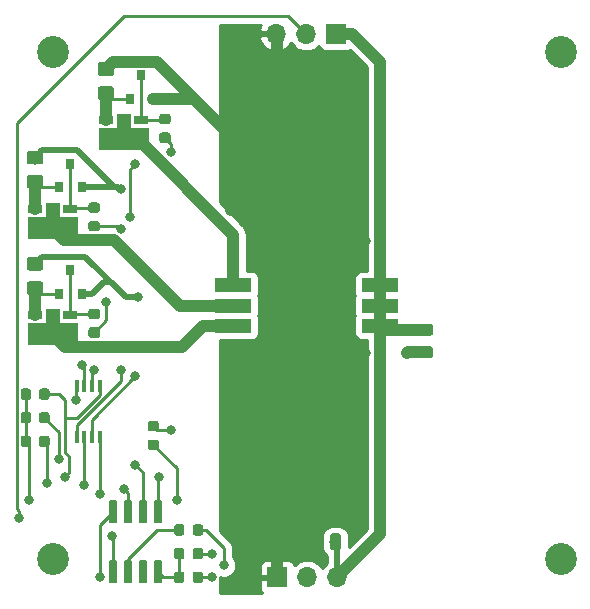
<source format=gbr>
G04 #@! TF.GenerationSoftware,KiCad,Pcbnew,5.1.4-e60b266~84~ubuntu18.04.1*
G04 #@! TF.CreationDate,2019-10-26T14:37:49-06:00*
G04 #@! TF.ProjectId,cob_single,636f625f-7369-46e6-976c-652e6b696361,rev?*
G04 #@! TF.SameCoordinates,Original*
G04 #@! TF.FileFunction,Copper,L1,Top*
G04 #@! TF.FilePolarity,Positive*
%FSLAX46Y46*%
G04 Gerber Fmt 4.6, Leading zero omitted, Abs format (unit mm)*
G04 Created by KiCad (PCBNEW 5.1.4-e60b266~84~ubuntu18.04.1) date 2019-10-26 14:37:49*
%MOMM*%
%LPD*%
G04 APERTURE LIST*
%ADD10R,3.100000X1.200000*%
%ADD11C,5.700000*%
%ADD12C,0.100000*%
%ADD13C,0.975000*%
%ADD14C,0.875000*%
%ADD15O,1.700000X1.700000*%
%ADD16R,1.700000X1.700000*%
%ADD17R,0.800000X0.900000*%
%ADD18C,1.150000*%
%ADD19R,1.250000X0.650000*%
%ADD20R,1.250000X1.225000*%
%ADD21R,4.250000X1.875000*%
%ADD22C,0.650000*%
%ADD23R,0.400000X1.100000*%
%ADD24C,2.700000*%
%ADD25C,0.800000*%
%ADD26C,1.000000*%
%ADD27C,0.500000*%
%ADD28C,0.250000*%
%ADD29C,0.254000*%
G04 APERTURE END LIST*
D10*
X181220000Y-96700000D03*
X181220000Y-95000000D03*
X181220000Y-93300000D03*
D11*
X175000000Y-95000000D03*
D10*
X168780000Y-93300000D03*
X168780000Y-95000000D03*
X168780000Y-96700000D03*
D12*
G36*
X185480142Y-98451174D02*
G01*
X185503803Y-98454684D01*
X185527007Y-98460496D01*
X185549529Y-98468554D01*
X185571153Y-98478782D01*
X185591670Y-98491079D01*
X185610883Y-98505329D01*
X185628607Y-98521393D01*
X185644671Y-98539117D01*
X185658921Y-98558330D01*
X185671218Y-98578847D01*
X185681446Y-98600471D01*
X185689504Y-98622993D01*
X185695316Y-98646197D01*
X185698826Y-98669858D01*
X185700000Y-98693750D01*
X185700000Y-99181250D01*
X185698826Y-99205142D01*
X185695316Y-99228803D01*
X185689504Y-99252007D01*
X185681446Y-99274529D01*
X185671218Y-99296153D01*
X185658921Y-99316670D01*
X185644671Y-99335883D01*
X185628607Y-99353607D01*
X185610883Y-99369671D01*
X185591670Y-99383921D01*
X185571153Y-99396218D01*
X185549529Y-99406446D01*
X185527007Y-99414504D01*
X185503803Y-99420316D01*
X185480142Y-99423826D01*
X185456250Y-99425000D01*
X184543750Y-99425000D01*
X184519858Y-99423826D01*
X184496197Y-99420316D01*
X184472993Y-99414504D01*
X184450471Y-99406446D01*
X184428847Y-99396218D01*
X184408330Y-99383921D01*
X184389117Y-99369671D01*
X184371393Y-99353607D01*
X184355329Y-99335883D01*
X184341079Y-99316670D01*
X184328782Y-99296153D01*
X184318554Y-99274529D01*
X184310496Y-99252007D01*
X184304684Y-99228803D01*
X184301174Y-99205142D01*
X184300000Y-99181250D01*
X184300000Y-98693750D01*
X184301174Y-98669858D01*
X184304684Y-98646197D01*
X184310496Y-98622993D01*
X184318554Y-98600471D01*
X184328782Y-98578847D01*
X184341079Y-98558330D01*
X184355329Y-98539117D01*
X184371393Y-98521393D01*
X184389117Y-98505329D01*
X184408330Y-98491079D01*
X184428847Y-98478782D01*
X184450471Y-98468554D01*
X184472993Y-98460496D01*
X184496197Y-98454684D01*
X184519858Y-98451174D01*
X184543750Y-98450000D01*
X185456250Y-98450000D01*
X185480142Y-98451174D01*
X185480142Y-98451174D01*
G37*
D13*
X185000000Y-98937500D03*
D12*
G36*
X185480142Y-96576174D02*
G01*
X185503803Y-96579684D01*
X185527007Y-96585496D01*
X185549529Y-96593554D01*
X185571153Y-96603782D01*
X185591670Y-96616079D01*
X185610883Y-96630329D01*
X185628607Y-96646393D01*
X185644671Y-96664117D01*
X185658921Y-96683330D01*
X185671218Y-96703847D01*
X185681446Y-96725471D01*
X185689504Y-96747993D01*
X185695316Y-96771197D01*
X185698826Y-96794858D01*
X185700000Y-96818750D01*
X185700000Y-97306250D01*
X185698826Y-97330142D01*
X185695316Y-97353803D01*
X185689504Y-97377007D01*
X185681446Y-97399529D01*
X185671218Y-97421153D01*
X185658921Y-97441670D01*
X185644671Y-97460883D01*
X185628607Y-97478607D01*
X185610883Y-97494671D01*
X185591670Y-97508921D01*
X185571153Y-97521218D01*
X185549529Y-97531446D01*
X185527007Y-97539504D01*
X185503803Y-97545316D01*
X185480142Y-97548826D01*
X185456250Y-97550000D01*
X184543750Y-97550000D01*
X184519858Y-97548826D01*
X184496197Y-97545316D01*
X184472993Y-97539504D01*
X184450471Y-97531446D01*
X184428847Y-97521218D01*
X184408330Y-97508921D01*
X184389117Y-97494671D01*
X184371393Y-97478607D01*
X184355329Y-97460883D01*
X184341079Y-97441670D01*
X184328782Y-97421153D01*
X184318554Y-97399529D01*
X184310496Y-97377007D01*
X184304684Y-97353803D01*
X184301174Y-97330142D01*
X184300000Y-97306250D01*
X184300000Y-96818750D01*
X184301174Y-96794858D01*
X184304684Y-96771197D01*
X184310496Y-96747993D01*
X184318554Y-96725471D01*
X184328782Y-96703847D01*
X184341079Y-96683330D01*
X184355329Y-96664117D01*
X184371393Y-96646393D01*
X184389117Y-96630329D01*
X184408330Y-96616079D01*
X184428847Y-96603782D01*
X184450471Y-96593554D01*
X184472993Y-96585496D01*
X184496197Y-96579684D01*
X184519858Y-96576174D01*
X184543750Y-96575000D01*
X185456250Y-96575000D01*
X185480142Y-96576174D01*
X185480142Y-96576174D01*
G37*
D13*
X185000000Y-97062500D03*
D12*
G36*
X166027691Y-117526053D02*
G01*
X166048926Y-117529203D01*
X166069750Y-117534419D01*
X166089962Y-117541651D01*
X166109368Y-117550830D01*
X166127781Y-117561866D01*
X166145024Y-117574654D01*
X166160930Y-117589070D01*
X166175346Y-117604976D01*
X166188134Y-117622219D01*
X166199170Y-117640632D01*
X166208349Y-117660038D01*
X166215581Y-117680250D01*
X166220797Y-117701074D01*
X166223947Y-117722309D01*
X166225000Y-117743750D01*
X166225000Y-118256250D01*
X166223947Y-118277691D01*
X166220797Y-118298926D01*
X166215581Y-118319750D01*
X166208349Y-118339962D01*
X166199170Y-118359368D01*
X166188134Y-118377781D01*
X166175346Y-118395024D01*
X166160930Y-118410930D01*
X166145024Y-118425346D01*
X166127781Y-118438134D01*
X166109368Y-118449170D01*
X166089962Y-118458349D01*
X166069750Y-118465581D01*
X166048926Y-118470797D01*
X166027691Y-118473947D01*
X166006250Y-118475000D01*
X165568750Y-118475000D01*
X165547309Y-118473947D01*
X165526074Y-118470797D01*
X165505250Y-118465581D01*
X165485038Y-118458349D01*
X165465632Y-118449170D01*
X165447219Y-118438134D01*
X165429976Y-118425346D01*
X165414070Y-118410930D01*
X165399654Y-118395024D01*
X165386866Y-118377781D01*
X165375830Y-118359368D01*
X165366651Y-118339962D01*
X165359419Y-118319750D01*
X165354203Y-118298926D01*
X165351053Y-118277691D01*
X165350000Y-118256250D01*
X165350000Y-117743750D01*
X165351053Y-117722309D01*
X165354203Y-117701074D01*
X165359419Y-117680250D01*
X165366651Y-117660038D01*
X165375830Y-117640632D01*
X165386866Y-117622219D01*
X165399654Y-117604976D01*
X165414070Y-117589070D01*
X165429976Y-117574654D01*
X165447219Y-117561866D01*
X165465632Y-117550830D01*
X165485038Y-117541651D01*
X165505250Y-117534419D01*
X165526074Y-117529203D01*
X165547309Y-117526053D01*
X165568750Y-117525000D01*
X166006250Y-117525000D01*
X166027691Y-117526053D01*
X166027691Y-117526053D01*
G37*
D14*
X165787500Y-118000000D03*
D12*
G36*
X164452691Y-117526053D02*
G01*
X164473926Y-117529203D01*
X164494750Y-117534419D01*
X164514962Y-117541651D01*
X164534368Y-117550830D01*
X164552781Y-117561866D01*
X164570024Y-117574654D01*
X164585930Y-117589070D01*
X164600346Y-117604976D01*
X164613134Y-117622219D01*
X164624170Y-117640632D01*
X164633349Y-117660038D01*
X164640581Y-117680250D01*
X164645797Y-117701074D01*
X164648947Y-117722309D01*
X164650000Y-117743750D01*
X164650000Y-118256250D01*
X164648947Y-118277691D01*
X164645797Y-118298926D01*
X164640581Y-118319750D01*
X164633349Y-118339962D01*
X164624170Y-118359368D01*
X164613134Y-118377781D01*
X164600346Y-118395024D01*
X164585930Y-118410930D01*
X164570024Y-118425346D01*
X164552781Y-118438134D01*
X164534368Y-118449170D01*
X164514962Y-118458349D01*
X164494750Y-118465581D01*
X164473926Y-118470797D01*
X164452691Y-118473947D01*
X164431250Y-118475000D01*
X163993750Y-118475000D01*
X163972309Y-118473947D01*
X163951074Y-118470797D01*
X163930250Y-118465581D01*
X163910038Y-118458349D01*
X163890632Y-118449170D01*
X163872219Y-118438134D01*
X163854976Y-118425346D01*
X163839070Y-118410930D01*
X163824654Y-118395024D01*
X163811866Y-118377781D01*
X163800830Y-118359368D01*
X163791651Y-118339962D01*
X163784419Y-118319750D01*
X163779203Y-118298926D01*
X163776053Y-118277691D01*
X163775000Y-118256250D01*
X163775000Y-117743750D01*
X163776053Y-117722309D01*
X163779203Y-117701074D01*
X163784419Y-117680250D01*
X163791651Y-117660038D01*
X163800830Y-117640632D01*
X163811866Y-117622219D01*
X163824654Y-117604976D01*
X163839070Y-117589070D01*
X163854976Y-117574654D01*
X163872219Y-117561866D01*
X163890632Y-117550830D01*
X163910038Y-117541651D01*
X163930250Y-117534419D01*
X163951074Y-117529203D01*
X163972309Y-117526053D01*
X163993750Y-117525000D01*
X164431250Y-117525000D01*
X164452691Y-117526053D01*
X164452691Y-117526053D01*
G37*
D14*
X164212500Y-118000000D03*
D12*
G36*
X162277691Y-106351053D02*
G01*
X162298926Y-106354203D01*
X162319750Y-106359419D01*
X162339962Y-106366651D01*
X162359368Y-106375830D01*
X162377781Y-106386866D01*
X162395024Y-106399654D01*
X162410930Y-106414070D01*
X162425346Y-106429976D01*
X162438134Y-106447219D01*
X162449170Y-106465632D01*
X162458349Y-106485038D01*
X162465581Y-106505250D01*
X162470797Y-106526074D01*
X162473947Y-106547309D01*
X162475000Y-106568750D01*
X162475000Y-107006250D01*
X162473947Y-107027691D01*
X162470797Y-107048926D01*
X162465581Y-107069750D01*
X162458349Y-107089962D01*
X162449170Y-107109368D01*
X162438134Y-107127781D01*
X162425346Y-107145024D01*
X162410930Y-107160930D01*
X162395024Y-107175346D01*
X162377781Y-107188134D01*
X162359368Y-107199170D01*
X162339962Y-107208349D01*
X162319750Y-107215581D01*
X162298926Y-107220797D01*
X162277691Y-107223947D01*
X162256250Y-107225000D01*
X161743750Y-107225000D01*
X161722309Y-107223947D01*
X161701074Y-107220797D01*
X161680250Y-107215581D01*
X161660038Y-107208349D01*
X161640632Y-107199170D01*
X161622219Y-107188134D01*
X161604976Y-107175346D01*
X161589070Y-107160930D01*
X161574654Y-107145024D01*
X161561866Y-107127781D01*
X161550830Y-107109368D01*
X161541651Y-107089962D01*
X161534419Y-107069750D01*
X161529203Y-107048926D01*
X161526053Y-107027691D01*
X161525000Y-107006250D01*
X161525000Y-106568750D01*
X161526053Y-106547309D01*
X161529203Y-106526074D01*
X161534419Y-106505250D01*
X161541651Y-106485038D01*
X161550830Y-106465632D01*
X161561866Y-106447219D01*
X161574654Y-106429976D01*
X161589070Y-106414070D01*
X161604976Y-106399654D01*
X161622219Y-106386866D01*
X161640632Y-106375830D01*
X161660038Y-106366651D01*
X161680250Y-106359419D01*
X161701074Y-106354203D01*
X161722309Y-106351053D01*
X161743750Y-106350000D01*
X162256250Y-106350000D01*
X162277691Y-106351053D01*
X162277691Y-106351053D01*
G37*
D14*
X162000000Y-106787500D03*
D12*
G36*
X162277691Y-104776053D02*
G01*
X162298926Y-104779203D01*
X162319750Y-104784419D01*
X162339962Y-104791651D01*
X162359368Y-104800830D01*
X162377781Y-104811866D01*
X162395024Y-104824654D01*
X162410930Y-104839070D01*
X162425346Y-104854976D01*
X162438134Y-104872219D01*
X162449170Y-104890632D01*
X162458349Y-104910038D01*
X162465581Y-104930250D01*
X162470797Y-104951074D01*
X162473947Y-104972309D01*
X162475000Y-104993750D01*
X162475000Y-105431250D01*
X162473947Y-105452691D01*
X162470797Y-105473926D01*
X162465581Y-105494750D01*
X162458349Y-105514962D01*
X162449170Y-105534368D01*
X162438134Y-105552781D01*
X162425346Y-105570024D01*
X162410930Y-105585930D01*
X162395024Y-105600346D01*
X162377781Y-105613134D01*
X162359368Y-105624170D01*
X162339962Y-105633349D01*
X162319750Y-105640581D01*
X162298926Y-105645797D01*
X162277691Y-105648947D01*
X162256250Y-105650000D01*
X161743750Y-105650000D01*
X161722309Y-105648947D01*
X161701074Y-105645797D01*
X161680250Y-105640581D01*
X161660038Y-105633349D01*
X161640632Y-105624170D01*
X161622219Y-105613134D01*
X161604976Y-105600346D01*
X161589070Y-105585930D01*
X161574654Y-105570024D01*
X161561866Y-105552781D01*
X161550830Y-105534368D01*
X161541651Y-105514962D01*
X161534419Y-105494750D01*
X161529203Y-105473926D01*
X161526053Y-105452691D01*
X161525000Y-105431250D01*
X161525000Y-104993750D01*
X161526053Y-104972309D01*
X161529203Y-104951074D01*
X161534419Y-104930250D01*
X161541651Y-104910038D01*
X161550830Y-104890632D01*
X161561866Y-104872219D01*
X161574654Y-104854976D01*
X161589070Y-104839070D01*
X161604976Y-104824654D01*
X161622219Y-104811866D01*
X161640632Y-104800830D01*
X161660038Y-104791651D01*
X161680250Y-104784419D01*
X161701074Y-104779203D01*
X161722309Y-104776053D01*
X161743750Y-104775000D01*
X162256250Y-104775000D01*
X162277691Y-104776053D01*
X162277691Y-104776053D01*
G37*
D14*
X162000000Y-105212500D03*
D12*
G36*
X177705142Y-114301174D02*
G01*
X177728803Y-114304684D01*
X177752007Y-114310496D01*
X177774529Y-114318554D01*
X177796153Y-114328782D01*
X177816670Y-114341079D01*
X177835883Y-114355329D01*
X177853607Y-114371393D01*
X177869671Y-114389117D01*
X177883921Y-114408330D01*
X177896218Y-114428847D01*
X177906446Y-114450471D01*
X177914504Y-114472993D01*
X177920316Y-114496197D01*
X177923826Y-114519858D01*
X177925000Y-114543750D01*
X177925000Y-115456250D01*
X177923826Y-115480142D01*
X177920316Y-115503803D01*
X177914504Y-115527007D01*
X177906446Y-115549529D01*
X177896218Y-115571153D01*
X177883921Y-115591670D01*
X177869671Y-115610883D01*
X177853607Y-115628607D01*
X177835883Y-115644671D01*
X177816670Y-115658921D01*
X177796153Y-115671218D01*
X177774529Y-115681446D01*
X177752007Y-115689504D01*
X177728803Y-115695316D01*
X177705142Y-115698826D01*
X177681250Y-115700000D01*
X177193750Y-115700000D01*
X177169858Y-115698826D01*
X177146197Y-115695316D01*
X177122993Y-115689504D01*
X177100471Y-115681446D01*
X177078847Y-115671218D01*
X177058330Y-115658921D01*
X177039117Y-115644671D01*
X177021393Y-115628607D01*
X177005329Y-115610883D01*
X176991079Y-115591670D01*
X176978782Y-115571153D01*
X176968554Y-115549529D01*
X176960496Y-115527007D01*
X176954684Y-115503803D01*
X176951174Y-115480142D01*
X176950000Y-115456250D01*
X176950000Y-114543750D01*
X176951174Y-114519858D01*
X176954684Y-114496197D01*
X176960496Y-114472993D01*
X176968554Y-114450471D01*
X176978782Y-114428847D01*
X176991079Y-114408330D01*
X177005329Y-114389117D01*
X177021393Y-114371393D01*
X177039117Y-114355329D01*
X177058330Y-114341079D01*
X177078847Y-114328782D01*
X177100471Y-114318554D01*
X177122993Y-114310496D01*
X177146197Y-114304684D01*
X177169858Y-114301174D01*
X177193750Y-114300000D01*
X177681250Y-114300000D01*
X177705142Y-114301174D01*
X177705142Y-114301174D01*
G37*
D13*
X177437500Y-115000000D03*
D12*
G36*
X175830142Y-114301174D02*
G01*
X175853803Y-114304684D01*
X175877007Y-114310496D01*
X175899529Y-114318554D01*
X175921153Y-114328782D01*
X175941670Y-114341079D01*
X175960883Y-114355329D01*
X175978607Y-114371393D01*
X175994671Y-114389117D01*
X176008921Y-114408330D01*
X176021218Y-114428847D01*
X176031446Y-114450471D01*
X176039504Y-114472993D01*
X176045316Y-114496197D01*
X176048826Y-114519858D01*
X176050000Y-114543750D01*
X176050000Y-115456250D01*
X176048826Y-115480142D01*
X176045316Y-115503803D01*
X176039504Y-115527007D01*
X176031446Y-115549529D01*
X176021218Y-115571153D01*
X176008921Y-115591670D01*
X175994671Y-115610883D01*
X175978607Y-115628607D01*
X175960883Y-115644671D01*
X175941670Y-115658921D01*
X175921153Y-115671218D01*
X175899529Y-115681446D01*
X175877007Y-115689504D01*
X175853803Y-115695316D01*
X175830142Y-115698826D01*
X175806250Y-115700000D01*
X175318750Y-115700000D01*
X175294858Y-115698826D01*
X175271197Y-115695316D01*
X175247993Y-115689504D01*
X175225471Y-115681446D01*
X175203847Y-115671218D01*
X175183330Y-115658921D01*
X175164117Y-115644671D01*
X175146393Y-115628607D01*
X175130329Y-115610883D01*
X175116079Y-115591670D01*
X175103782Y-115571153D01*
X175093554Y-115549529D01*
X175085496Y-115527007D01*
X175079684Y-115503803D01*
X175076174Y-115480142D01*
X175075000Y-115456250D01*
X175075000Y-114543750D01*
X175076174Y-114519858D01*
X175079684Y-114496197D01*
X175085496Y-114472993D01*
X175093554Y-114450471D01*
X175103782Y-114428847D01*
X175116079Y-114408330D01*
X175130329Y-114389117D01*
X175146393Y-114371393D01*
X175164117Y-114355329D01*
X175183330Y-114341079D01*
X175203847Y-114328782D01*
X175225471Y-114318554D01*
X175247993Y-114310496D01*
X175271197Y-114304684D01*
X175294858Y-114301174D01*
X175318750Y-114300000D01*
X175806250Y-114300000D01*
X175830142Y-114301174D01*
X175830142Y-114301174D01*
G37*
D13*
X175562500Y-115000000D03*
D15*
X177580000Y-118000000D03*
X175040000Y-118000000D03*
D16*
X172500000Y-118000000D03*
X177500000Y-72000000D03*
D15*
X174960000Y-72000000D03*
X172420000Y-72000000D03*
D17*
X160050000Y-77500000D03*
X161950000Y-77500000D03*
X161000000Y-75500000D03*
X155000000Y-83000000D03*
X155950000Y-85000000D03*
X154050000Y-85000000D03*
X154050000Y-94000000D03*
X155950000Y-94000000D03*
X155000000Y-92000000D03*
D12*
G36*
X163277691Y-78776053D02*
G01*
X163298926Y-78779203D01*
X163319750Y-78784419D01*
X163339962Y-78791651D01*
X163359368Y-78800830D01*
X163377781Y-78811866D01*
X163395024Y-78824654D01*
X163410930Y-78839070D01*
X163425346Y-78854976D01*
X163438134Y-78872219D01*
X163449170Y-78890632D01*
X163458349Y-78910038D01*
X163465581Y-78930250D01*
X163470797Y-78951074D01*
X163473947Y-78972309D01*
X163475000Y-78993750D01*
X163475000Y-79431250D01*
X163473947Y-79452691D01*
X163470797Y-79473926D01*
X163465581Y-79494750D01*
X163458349Y-79514962D01*
X163449170Y-79534368D01*
X163438134Y-79552781D01*
X163425346Y-79570024D01*
X163410930Y-79585930D01*
X163395024Y-79600346D01*
X163377781Y-79613134D01*
X163359368Y-79624170D01*
X163339962Y-79633349D01*
X163319750Y-79640581D01*
X163298926Y-79645797D01*
X163277691Y-79648947D01*
X163256250Y-79650000D01*
X162743750Y-79650000D01*
X162722309Y-79648947D01*
X162701074Y-79645797D01*
X162680250Y-79640581D01*
X162660038Y-79633349D01*
X162640632Y-79624170D01*
X162622219Y-79613134D01*
X162604976Y-79600346D01*
X162589070Y-79585930D01*
X162574654Y-79570024D01*
X162561866Y-79552781D01*
X162550830Y-79534368D01*
X162541651Y-79514962D01*
X162534419Y-79494750D01*
X162529203Y-79473926D01*
X162526053Y-79452691D01*
X162525000Y-79431250D01*
X162525000Y-78993750D01*
X162526053Y-78972309D01*
X162529203Y-78951074D01*
X162534419Y-78930250D01*
X162541651Y-78910038D01*
X162550830Y-78890632D01*
X162561866Y-78872219D01*
X162574654Y-78854976D01*
X162589070Y-78839070D01*
X162604976Y-78824654D01*
X162622219Y-78811866D01*
X162640632Y-78800830D01*
X162660038Y-78791651D01*
X162680250Y-78784419D01*
X162701074Y-78779203D01*
X162722309Y-78776053D01*
X162743750Y-78775000D01*
X163256250Y-78775000D01*
X163277691Y-78776053D01*
X163277691Y-78776053D01*
G37*
D14*
X163000000Y-79212500D03*
D12*
G36*
X163277691Y-80351053D02*
G01*
X163298926Y-80354203D01*
X163319750Y-80359419D01*
X163339962Y-80366651D01*
X163359368Y-80375830D01*
X163377781Y-80386866D01*
X163395024Y-80399654D01*
X163410930Y-80414070D01*
X163425346Y-80429976D01*
X163438134Y-80447219D01*
X163449170Y-80465632D01*
X163458349Y-80485038D01*
X163465581Y-80505250D01*
X163470797Y-80526074D01*
X163473947Y-80547309D01*
X163475000Y-80568750D01*
X163475000Y-81006250D01*
X163473947Y-81027691D01*
X163470797Y-81048926D01*
X163465581Y-81069750D01*
X163458349Y-81089962D01*
X163449170Y-81109368D01*
X163438134Y-81127781D01*
X163425346Y-81145024D01*
X163410930Y-81160930D01*
X163395024Y-81175346D01*
X163377781Y-81188134D01*
X163359368Y-81199170D01*
X163339962Y-81208349D01*
X163319750Y-81215581D01*
X163298926Y-81220797D01*
X163277691Y-81223947D01*
X163256250Y-81225000D01*
X162743750Y-81225000D01*
X162722309Y-81223947D01*
X162701074Y-81220797D01*
X162680250Y-81215581D01*
X162660038Y-81208349D01*
X162640632Y-81199170D01*
X162622219Y-81188134D01*
X162604976Y-81175346D01*
X162589070Y-81160930D01*
X162574654Y-81145024D01*
X162561866Y-81127781D01*
X162550830Y-81109368D01*
X162541651Y-81089962D01*
X162534419Y-81069750D01*
X162529203Y-81048926D01*
X162526053Y-81027691D01*
X162525000Y-81006250D01*
X162525000Y-80568750D01*
X162526053Y-80547309D01*
X162529203Y-80526074D01*
X162534419Y-80505250D01*
X162541651Y-80485038D01*
X162550830Y-80465632D01*
X162561866Y-80447219D01*
X162574654Y-80429976D01*
X162589070Y-80414070D01*
X162604976Y-80399654D01*
X162622219Y-80386866D01*
X162640632Y-80375830D01*
X162660038Y-80366651D01*
X162680250Y-80359419D01*
X162701074Y-80354203D01*
X162722309Y-80351053D01*
X162743750Y-80350000D01*
X163256250Y-80350000D01*
X163277691Y-80351053D01*
X163277691Y-80351053D01*
G37*
D14*
X163000000Y-80787500D03*
D12*
G36*
X158474505Y-74401204D02*
G01*
X158498773Y-74404804D01*
X158522572Y-74410765D01*
X158545671Y-74419030D01*
X158567850Y-74429520D01*
X158588893Y-74442132D01*
X158608599Y-74456747D01*
X158626777Y-74473223D01*
X158643253Y-74491401D01*
X158657868Y-74511107D01*
X158670480Y-74532150D01*
X158680970Y-74554329D01*
X158689235Y-74577428D01*
X158695196Y-74601227D01*
X158698796Y-74625495D01*
X158700000Y-74649999D01*
X158700000Y-75300001D01*
X158698796Y-75324505D01*
X158695196Y-75348773D01*
X158689235Y-75372572D01*
X158680970Y-75395671D01*
X158670480Y-75417850D01*
X158657868Y-75438893D01*
X158643253Y-75458599D01*
X158626777Y-75476777D01*
X158608599Y-75493253D01*
X158588893Y-75507868D01*
X158567850Y-75520480D01*
X158545671Y-75530970D01*
X158522572Y-75539235D01*
X158498773Y-75545196D01*
X158474505Y-75548796D01*
X158450001Y-75550000D01*
X157549999Y-75550000D01*
X157525495Y-75548796D01*
X157501227Y-75545196D01*
X157477428Y-75539235D01*
X157454329Y-75530970D01*
X157432150Y-75520480D01*
X157411107Y-75507868D01*
X157391401Y-75493253D01*
X157373223Y-75476777D01*
X157356747Y-75458599D01*
X157342132Y-75438893D01*
X157329520Y-75417850D01*
X157319030Y-75395671D01*
X157310765Y-75372572D01*
X157304804Y-75348773D01*
X157301204Y-75324505D01*
X157300000Y-75300001D01*
X157300000Y-74649999D01*
X157301204Y-74625495D01*
X157304804Y-74601227D01*
X157310765Y-74577428D01*
X157319030Y-74554329D01*
X157329520Y-74532150D01*
X157342132Y-74511107D01*
X157356747Y-74491401D01*
X157373223Y-74473223D01*
X157391401Y-74456747D01*
X157411107Y-74442132D01*
X157432150Y-74429520D01*
X157454329Y-74419030D01*
X157477428Y-74410765D01*
X157501227Y-74404804D01*
X157525495Y-74401204D01*
X157549999Y-74400000D01*
X158450001Y-74400000D01*
X158474505Y-74401204D01*
X158474505Y-74401204D01*
G37*
D18*
X158000000Y-74975000D03*
D12*
G36*
X158474505Y-76451204D02*
G01*
X158498773Y-76454804D01*
X158522572Y-76460765D01*
X158545671Y-76469030D01*
X158567850Y-76479520D01*
X158588893Y-76492132D01*
X158608599Y-76506747D01*
X158626777Y-76523223D01*
X158643253Y-76541401D01*
X158657868Y-76561107D01*
X158670480Y-76582150D01*
X158680970Y-76604329D01*
X158689235Y-76627428D01*
X158695196Y-76651227D01*
X158698796Y-76675495D01*
X158700000Y-76699999D01*
X158700000Y-77350001D01*
X158698796Y-77374505D01*
X158695196Y-77398773D01*
X158689235Y-77422572D01*
X158680970Y-77445671D01*
X158670480Y-77467850D01*
X158657868Y-77488893D01*
X158643253Y-77508599D01*
X158626777Y-77526777D01*
X158608599Y-77543253D01*
X158588893Y-77557868D01*
X158567850Y-77570480D01*
X158545671Y-77580970D01*
X158522572Y-77589235D01*
X158498773Y-77595196D01*
X158474505Y-77598796D01*
X158450001Y-77600000D01*
X157549999Y-77600000D01*
X157525495Y-77598796D01*
X157501227Y-77595196D01*
X157477428Y-77589235D01*
X157454329Y-77580970D01*
X157432150Y-77570480D01*
X157411107Y-77557868D01*
X157391401Y-77543253D01*
X157373223Y-77526777D01*
X157356747Y-77508599D01*
X157342132Y-77488893D01*
X157329520Y-77467850D01*
X157319030Y-77445671D01*
X157310765Y-77422572D01*
X157304804Y-77398773D01*
X157301204Y-77374505D01*
X157300000Y-77350001D01*
X157300000Y-76699999D01*
X157301204Y-76675495D01*
X157304804Y-76651227D01*
X157310765Y-76627428D01*
X157319030Y-76604329D01*
X157329520Y-76582150D01*
X157342132Y-76561107D01*
X157356747Y-76541401D01*
X157373223Y-76523223D01*
X157391401Y-76506747D01*
X157411107Y-76492132D01*
X157432150Y-76479520D01*
X157454329Y-76469030D01*
X157477428Y-76460765D01*
X157501227Y-76454804D01*
X157525495Y-76451204D01*
X157549999Y-76450000D01*
X158450001Y-76450000D01*
X158474505Y-76451204D01*
X158474505Y-76451204D01*
G37*
D18*
X158000000Y-77025000D03*
D12*
G36*
X164452691Y-113526053D02*
G01*
X164473926Y-113529203D01*
X164494750Y-113534419D01*
X164514962Y-113541651D01*
X164534368Y-113550830D01*
X164552781Y-113561866D01*
X164570024Y-113574654D01*
X164585930Y-113589070D01*
X164600346Y-113604976D01*
X164613134Y-113622219D01*
X164624170Y-113640632D01*
X164633349Y-113660038D01*
X164640581Y-113680250D01*
X164645797Y-113701074D01*
X164648947Y-113722309D01*
X164650000Y-113743750D01*
X164650000Y-114256250D01*
X164648947Y-114277691D01*
X164645797Y-114298926D01*
X164640581Y-114319750D01*
X164633349Y-114339962D01*
X164624170Y-114359368D01*
X164613134Y-114377781D01*
X164600346Y-114395024D01*
X164585930Y-114410930D01*
X164570024Y-114425346D01*
X164552781Y-114438134D01*
X164534368Y-114449170D01*
X164514962Y-114458349D01*
X164494750Y-114465581D01*
X164473926Y-114470797D01*
X164452691Y-114473947D01*
X164431250Y-114475000D01*
X163993750Y-114475000D01*
X163972309Y-114473947D01*
X163951074Y-114470797D01*
X163930250Y-114465581D01*
X163910038Y-114458349D01*
X163890632Y-114449170D01*
X163872219Y-114438134D01*
X163854976Y-114425346D01*
X163839070Y-114410930D01*
X163824654Y-114395024D01*
X163811866Y-114377781D01*
X163800830Y-114359368D01*
X163791651Y-114339962D01*
X163784419Y-114319750D01*
X163779203Y-114298926D01*
X163776053Y-114277691D01*
X163775000Y-114256250D01*
X163775000Y-113743750D01*
X163776053Y-113722309D01*
X163779203Y-113701074D01*
X163784419Y-113680250D01*
X163791651Y-113660038D01*
X163800830Y-113640632D01*
X163811866Y-113622219D01*
X163824654Y-113604976D01*
X163839070Y-113589070D01*
X163854976Y-113574654D01*
X163872219Y-113561866D01*
X163890632Y-113550830D01*
X163910038Y-113541651D01*
X163930250Y-113534419D01*
X163951074Y-113529203D01*
X163972309Y-113526053D01*
X163993750Y-113525000D01*
X164431250Y-113525000D01*
X164452691Y-113526053D01*
X164452691Y-113526053D01*
G37*
D14*
X164212500Y-114000000D03*
D12*
G36*
X166027691Y-113526053D02*
G01*
X166048926Y-113529203D01*
X166069750Y-113534419D01*
X166089962Y-113541651D01*
X166109368Y-113550830D01*
X166127781Y-113561866D01*
X166145024Y-113574654D01*
X166160930Y-113589070D01*
X166175346Y-113604976D01*
X166188134Y-113622219D01*
X166199170Y-113640632D01*
X166208349Y-113660038D01*
X166215581Y-113680250D01*
X166220797Y-113701074D01*
X166223947Y-113722309D01*
X166225000Y-113743750D01*
X166225000Y-114256250D01*
X166223947Y-114277691D01*
X166220797Y-114298926D01*
X166215581Y-114319750D01*
X166208349Y-114339962D01*
X166199170Y-114359368D01*
X166188134Y-114377781D01*
X166175346Y-114395024D01*
X166160930Y-114410930D01*
X166145024Y-114425346D01*
X166127781Y-114438134D01*
X166109368Y-114449170D01*
X166089962Y-114458349D01*
X166069750Y-114465581D01*
X166048926Y-114470797D01*
X166027691Y-114473947D01*
X166006250Y-114475000D01*
X165568750Y-114475000D01*
X165547309Y-114473947D01*
X165526074Y-114470797D01*
X165505250Y-114465581D01*
X165485038Y-114458349D01*
X165465632Y-114449170D01*
X165447219Y-114438134D01*
X165429976Y-114425346D01*
X165414070Y-114410930D01*
X165399654Y-114395024D01*
X165386866Y-114377781D01*
X165375830Y-114359368D01*
X165366651Y-114339962D01*
X165359419Y-114319750D01*
X165354203Y-114298926D01*
X165351053Y-114277691D01*
X165350000Y-114256250D01*
X165350000Y-113743750D01*
X165351053Y-113722309D01*
X165354203Y-113701074D01*
X165359419Y-113680250D01*
X165366651Y-113660038D01*
X165375830Y-113640632D01*
X165386866Y-113622219D01*
X165399654Y-113604976D01*
X165414070Y-113589070D01*
X165429976Y-113574654D01*
X165447219Y-113561866D01*
X165465632Y-113550830D01*
X165485038Y-113541651D01*
X165505250Y-113534419D01*
X165526074Y-113529203D01*
X165547309Y-113526053D01*
X165568750Y-113525000D01*
X166006250Y-113525000D01*
X166027691Y-113526053D01*
X166027691Y-113526053D01*
G37*
D14*
X165787500Y-114000000D03*
D12*
G36*
X157277691Y-87851053D02*
G01*
X157298926Y-87854203D01*
X157319750Y-87859419D01*
X157339962Y-87866651D01*
X157359368Y-87875830D01*
X157377781Y-87886866D01*
X157395024Y-87899654D01*
X157410930Y-87914070D01*
X157425346Y-87929976D01*
X157438134Y-87947219D01*
X157449170Y-87965632D01*
X157458349Y-87985038D01*
X157465581Y-88005250D01*
X157470797Y-88026074D01*
X157473947Y-88047309D01*
X157475000Y-88068750D01*
X157475000Y-88506250D01*
X157473947Y-88527691D01*
X157470797Y-88548926D01*
X157465581Y-88569750D01*
X157458349Y-88589962D01*
X157449170Y-88609368D01*
X157438134Y-88627781D01*
X157425346Y-88645024D01*
X157410930Y-88660930D01*
X157395024Y-88675346D01*
X157377781Y-88688134D01*
X157359368Y-88699170D01*
X157339962Y-88708349D01*
X157319750Y-88715581D01*
X157298926Y-88720797D01*
X157277691Y-88723947D01*
X157256250Y-88725000D01*
X156743750Y-88725000D01*
X156722309Y-88723947D01*
X156701074Y-88720797D01*
X156680250Y-88715581D01*
X156660038Y-88708349D01*
X156640632Y-88699170D01*
X156622219Y-88688134D01*
X156604976Y-88675346D01*
X156589070Y-88660930D01*
X156574654Y-88645024D01*
X156561866Y-88627781D01*
X156550830Y-88609368D01*
X156541651Y-88589962D01*
X156534419Y-88569750D01*
X156529203Y-88548926D01*
X156526053Y-88527691D01*
X156525000Y-88506250D01*
X156525000Y-88068750D01*
X156526053Y-88047309D01*
X156529203Y-88026074D01*
X156534419Y-88005250D01*
X156541651Y-87985038D01*
X156550830Y-87965632D01*
X156561866Y-87947219D01*
X156574654Y-87929976D01*
X156589070Y-87914070D01*
X156604976Y-87899654D01*
X156622219Y-87886866D01*
X156640632Y-87875830D01*
X156660038Y-87866651D01*
X156680250Y-87859419D01*
X156701074Y-87854203D01*
X156722309Y-87851053D01*
X156743750Y-87850000D01*
X157256250Y-87850000D01*
X157277691Y-87851053D01*
X157277691Y-87851053D01*
G37*
D14*
X157000000Y-88287500D03*
D12*
G36*
X157277691Y-86276053D02*
G01*
X157298926Y-86279203D01*
X157319750Y-86284419D01*
X157339962Y-86291651D01*
X157359368Y-86300830D01*
X157377781Y-86311866D01*
X157395024Y-86324654D01*
X157410930Y-86339070D01*
X157425346Y-86354976D01*
X157438134Y-86372219D01*
X157449170Y-86390632D01*
X157458349Y-86410038D01*
X157465581Y-86430250D01*
X157470797Y-86451074D01*
X157473947Y-86472309D01*
X157475000Y-86493750D01*
X157475000Y-86931250D01*
X157473947Y-86952691D01*
X157470797Y-86973926D01*
X157465581Y-86994750D01*
X157458349Y-87014962D01*
X157449170Y-87034368D01*
X157438134Y-87052781D01*
X157425346Y-87070024D01*
X157410930Y-87085930D01*
X157395024Y-87100346D01*
X157377781Y-87113134D01*
X157359368Y-87124170D01*
X157339962Y-87133349D01*
X157319750Y-87140581D01*
X157298926Y-87145797D01*
X157277691Y-87148947D01*
X157256250Y-87150000D01*
X156743750Y-87150000D01*
X156722309Y-87148947D01*
X156701074Y-87145797D01*
X156680250Y-87140581D01*
X156660038Y-87133349D01*
X156640632Y-87124170D01*
X156622219Y-87113134D01*
X156604976Y-87100346D01*
X156589070Y-87085930D01*
X156574654Y-87070024D01*
X156561866Y-87052781D01*
X156550830Y-87034368D01*
X156541651Y-87014962D01*
X156534419Y-86994750D01*
X156529203Y-86973926D01*
X156526053Y-86952691D01*
X156525000Y-86931250D01*
X156525000Y-86493750D01*
X156526053Y-86472309D01*
X156529203Y-86451074D01*
X156534419Y-86430250D01*
X156541651Y-86410038D01*
X156550830Y-86390632D01*
X156561866Y-86372219D01*
X156574654Y-86354976D01*
X156589070Y-86339070D01*
X156604976Y-86324654D01*
X156622219Y-86311866D01*
X156640632Y-86300830D01*
X156660038Y-86291651D01*
X156680250Y-86284419D01*
X156701074Y-86279203D01*
X156722309Y-86276053D01*
X156743750Y-86275000D01*
X157256250Y-86275000D01*
X157277691Y-86276053D01*
X157277691Y-86276053D01*
G37*
D14*
X157000000Y-86712500D03*
D12*
G36*
X166027691Y-115526053D02*
G01*
X166048926Y-115529203D01*
X166069750Y-115534419D01*
X166089962Y-115541651D01*
X166109368Y-115550830D01*
X166127781Y-115561866D01*
X166145024Y-115574654D01*
X166160930Y-115589070D01*
X166175346Y-115604976D01*
X166188134Y-115622219D01*
X166199170Y-115640632D01*
X166208349Y-115660038D01*
X166215581Y-115680250D01*
X166220797Y-115701074D01*
X166223947Y-115722309D01*
X166225000Y-115743750D01*
X166225000Y-116256250D01*
X166223947Y-116277691D01*
X166220797Y-116298926D01*
X166215581Y-116319750D01*
X166208349Y-116339962D01*
X166199170Y-116359368D01*
X166188134Y-116377781D01*
X166175346Y-116395024D01*
X166160930Y-116410930D01*
X166145024Y-116425346D01*
X166127781Y-116438134D01*
X166109368Y-116449170D01*
X166089962Y-116458349D01*
X166069750Y-116465581D01*
X166048926Y-116470797D01*
X166027691Y-116473947D01*
X166006250Y-116475000D01*
X165568750Y-116475000D01*
X165547309Y-116473947D01*
X165526074Y-116470797D01*
X165505250Y-116465581D01*
X165485038Y-116458349D01*
X165465632Y-116449170D01*
X165447219Y-116438134D01*
X165429976Y-116425346D01*
X165414070Y-116410930D01*
X165399654Y-116395024D01*
X165386866Y-116377781D01*
X165375830Y-116359368D01*
X165366651Y-116339962D01*
X165359419Y-116319750D01*
X165354203Y-116298926D01*
X165351053Y-116277691D01*
X165350000Y-116256250D01*
X165350000Y-115743750D01*
X165351053Y-115722309D01*
X165354203Y-115701074D01*
X165359419Y-115680250D01*
X165366651Y-115660038D01*
X165375830Y-115640632D01*
X165386866Y-115622219D01*
X165399654Y-115604976D01*
X165414070Y-115589070D01*
X165429976Y-115574654D01*
X165447219Y-115561866D01*
X165465632Y-115550830D01*
X165485038Y-115541651D01*
X165505250Y-115534419D01*
X165526074Y-115529203D01*
X165547309Y-115526053D01*
X165568750Y-115525000D01*
X166006250Y-115525000D01*
X166027691Y-115526053D01*
X166027691Y-115526053D01*
G37*
D14*
X165787500Y-116000000D03*
D12*
G36*
X164452691Y-115526053D02*
G01*
X164473926Y-115529203D01*
X164494750Y-115534419D01*
X164514962Y-115541651D01*
X164534368Y-115550830D01*
X164552781Y-115561866D01*
X164570024Y-115574654D01*
X164585930Y-115589070D01*
X164600346Y-115604976D01*
X164613134Y-115622219D01*
X164624170Y-115640632D01*
X164633349Y-115660038D01*
X164640581Y-115680250D01*
X164645797Y-115701074D01*
X164648947Y-115722309D01*
X164650000Y-115743750D01*
X164650000Y-116256250D01*
X164648947Y-116277691D01*
X164645797Y-116298926D01*
X164640581Y-116319750D01*
X164633349Y-116339962D01*
X164624170Y-116359368D01*
X164613134Y-116377781D01*
X164600346Y-116395024D01*
X164585930Y-116410930D01*
X164570024Y-116425346D01*
X164552781Y-116438134D01*
X164534368Y-116449170D01*
X164514962Y-116458349D01*
X164494750Y-116465581D01*
X164473926Y-116470797D01*
X164452691Y-116473947D01*
X164431250Y-116475000D01*
X163993750Y-116475000D01*
X163972309Y-116473947D01*
X163951074Y-116470797D01*
X163930250Y-116465581D01*
X163910038Y-116458349D01*
X163890632Y-116449170D01*
X163872219Y-116438134D01*
X163854976Y-116425346D01*
X163839070Y-116410930D01*
X163824654Y-116395024D01*
X163811866Y-116377781D01*
X163800830Y-116359368D01*
X163791651Y-116339962D01*
X163784419Y-116319750D01*
X163779203Y-116298926D01*
X163776053Y-116277691D01*
X163775000Y-116256250D01*
X163775000Y-115743750D01*
X163776053Y-115722309D01*
X163779203Y-115701074D01*
X163784419Y-115680250D01*
X163791651Y-115660038D01*
X163800830Y-115640632D01*
X163811866Y-115622219D01*
X163824654Y-115604976D01*
X163839070Y-115589070D01*
X163854976Y-115574654D01*
X163872219Y-115561866D01*
X163890632Y-115550830D01*
X163910038Y-115541651D01*
X163930250Y-115534419D01*
X163951074Y-115529203D01*
X163972309Y-115526053D01*
X163993750Y-115525000D01*
X164431250Y-115525000D01*
X164452691Y-115526053D01*
X164452691Y-115526053D01*
G37*
D14*
X164212500Y-116000000D03*
D12*
G36*
X152474505Y-83951204D02*
G01*
X152498773Y-83954804D01*
X152522572Y-83960765D01*
X152545671Y-83969030D01*
X152567850Y-83979520D01*
X152588893Y-83992132D01*
X152608599Y-84006747D01*
X152626777Y-84023223D01*
X152643253Y-84041401D01*
X152657868Y-84061107D01*
X152670480Y-84082150D01*
X152680970Y-84104329D01*
X152689235Y-84127428D01*
X152695196Y-84151227D01*
X152698796Y-84175495D01*
X152700000Y-84199999D01*
X152700000Y-84850001D01*
X152698796Y-84874505D01*
X152695196Y-84898773D01*
X152689235Y-84922572D01*
X152680970Y-84945671D01*
X152670480Y-84967850D01*
X152657868Y-84988893D01*
X152643253Y-85008599D01*
X152626777Y-85026777D01*
X152608599Y-85043253D01*
X152588893Y-85057868D01*
X152567850Y-85070480D01*
X152545671Y-85080970D01*
X152522572Y-85089235D01*
X152498773Y-85095196D01*
X152474505Y-85098796D01*
X152450001Y-85100000D01*
X151549999Y-85100000D01*
X151525495Y-85098796D01*
X151501227Y-85095196D01*
X151477428Y-85089235D01*
X151454329Y-85080970D01*
X151432150Y-85070480D01*
X151411107Y-85057868D01*
X151391401Y-85043253D01*
X151373223Y-85026777D01*
X151356747Y-85008599D01*
X151342132Y-84988893D01*
X151329520Y-84967850D01*
X151319030Y-84945671D01*
X151310765Y-84922572D01*
X151304804Y-84898773D01*
X151301204Y-84874505D01*
X151300000Y-84850001D01*
X151300000Y-84199999D01*
X151301204Y-84175495D01*
X151304804Y-84151227D01*
X151310765Y-84127428D01*
X151319030Y-84104329D01*
X151329520Y-84082150D01*
X151342132Y-84061107D01*
X151356747Y-84041401D01*
X151373223Y-84023223D01*
X151391401Y-84006747D01*
X151411107Y-83992132D01*
X151432150Y-83979520D01*
X151454329Y-83969030D01*
X151477428Y-83960765D01*
X151501227Y-83954804D01*
X151525495Y-83951204D01*
X151549999Y-83950000D01*
X152450001Y-83950000D01*
X152474505Y-83951204D01*
X152474505Y-83951204D01*
G37*
D18*
X152000000Y-84525000D03*
D12*
G36*
X152474505Y-81901204D02*
G01*
X152498773Y-81904804D01*
X152522572Y-81910765D01*
X152545671Y-81919030D01*
X152567850Y-81929520D01*
X152588893Y-81942132D01*
X152608599Y-81956747D01*
X152626777Y-81973223D01*
X152643253Y-81991401D01*
X152657868Y-82011107D01*
X152670480Y-82032150D01*
X152680970Y-82054329D01*
X152689235Y-82077428D01*
X152695196Y-82101227D01*
X152698796Y-82125495D01*
X152700000Y-82149999D01*
X152700000Y-82800001D01*
X152698796Y-82824505D01*
X152695196Y-82848773D01*
X152689235Y-82872572D01*
X152680970Y-82895671D01*
X152670480Y-82917850D01*
X152657868Y-82938893D01*
X152643253Y-82958599D01*
X152626777Y-82976777D01*
X152608599Y-82993253D01*
X152588893Y-83007868D01*
X152567850Y-83020480D01*
X152545671Y-83030970D01*
X152522572Y-83039235D01*
X152498773Y-83045196D01*
X152474505Y-83048796D01*
X152450001Y-83050000D01*
X151549999Y-83050000D01*
X151525495Y-83048796D01*
X151501227Y-83045196D01*
X151477428Y-83039235D01*
X151454329Y-83030970D01*
X151432150Y-83020480D01*
X151411107Y-83007868D01*
X151391401Y-82993253D01*
X151373223Y-82976777D01*
X151356747Y-82958599D01*
X151342132Y-82938893D01*
X151329520Y-82917850D01*
X151319030Y-82895671D01*
X151310765Y-82872572D01*
X151304804Y-82848773D01*
X151301204Y-82824505D01*
X151300000Y-82800001D01*
X151300000Y-82149999D01*
X151301204Y-82125495D01*
X151304804Y-82101227D01*
X151310765Y-82077428D01*
X151319030Y-82054329D01*
X151329520Y-82032150D01*
X151342132Y-82011107D01*
X151356747Y-81991401D01*
X151373223Y-81973223D01*
X151391401Y-81956747D01*
X151411107Y-81942132D01*
X151432150Y-81929520D01*
X151454329Y-81919030D01*
X151477428Y-81910765D01*
X151501227Y-81904804D01*
X151525495Y-81901204D01*
X151549999Y-81900000D01*
X152450001Y-81900000D01*
X152474505Y-81901204D01*
X152474505Y-81901204D01*
G37*
D18*
X152000000Y-82475000D03*
D12*
G36*
X157277691Y-95276053D02*
G01*
X157298926Y-95279203D01*
X157319750Y-95284419D01*
X157339962Y-95291651D01*
X157359368Y-95300830D01*
X157377781Y-95311866D01*
X157395024Y-95324654D01*
X157410930Y-95339070D01*
X157425346Y-95354976D01*
X157438134Y-95372219D01*
X157449170Y-95390632D01*
X157458349Y-95410038D01*
X157465581Y-95430250D01*
X157470797Y-95451074D01*
X157473947Y-95472309D01*
X157475000Y-95493750D01*
X157475000Y-95931250D01*
X157473947Y-95952691D01*
X157470797Y-95973926D01*
X157465581Y-95994750D01*
X157458349Y-96014962D01*
X157449170Y-96034368D01*
X157438134Y-96052781D01*
X157425346Y-96070024D01*
X157410930Y-96085930D01*
X157395024Y-96100346D01*
X157377781Y-96113134D01*
X157359368Y-96124170D01*
X157339962Y-96133349D01*
X157319750Y-96140581D01*
X157298926Y-96145797D01*
X157277691Y-96148947D01*
X157256250Y-96150000D01*
X156743750Y-96150000D01*
X156722309Y-96148947D01*
X156701074Y-96145797D01*
X156680250Y-96140581D01*
X156660038Y-96133349D01*
X156640632Y-96124170D01*
X156622219Y-96113134D01*
X156604976Y-96100346D01*
X156589070Y-96085930D01*
X156574654Y-96070024D01*
X156561866Y-96052781D01*
X156550830Y-96034368D01*
X156541651Y-96014962D01*
X156534419Y-95994750D01*
X156529203Y-95973926D01*
X156526053Y-95952691D01*
X156525000Y-95931250D01*
X156525000Y-95493750D01*
X156526053Y-95472309D01*
X156529203Y-95451074D01*
X156534419Y-95430250D01*
X156541651Y-95410038D01*
X156550830Y-95390632D01*
X156561866Y-95372219D01*
X156574654Y-95354976D01*
X156589070Y-95339070D01*
X156604976Y-95324654D01*
X156622219Y-95311866D01*
X156640632Y-95300830D01*
X156660038Y-95291651D01*
X156680250Y-95284419D01*
X156701074Y-95279203D01*
X156722309Y-95276053D01*
X156743750Y-95275000D01*
X157256250Y-95275000D01*
X157277691Y-95276053D01*
X157277691Y-95276053D01*
G37*
D14*
X157000000Y-95712500D03*
D12*
G36*
X157277691Y-96851053D02*
G01*
X157298926Y-96854203D01*
X157319750Y-96859419D01*
X157339962Y-96866651D01*
X157359368Y-96875830D01*
X157377781Y-96886866D01*
X157395024Y-96899654D01*
X157410930Y-96914070D01*
X157425346Y-96929976D01*
X157438134Y-96947219D01*
X157449170Y-96965632D01*
X157458349Y-96985038D01*
X157465581Y-97005250D01*
X157470797Y-97026074D01*
X157473947Y-97047309D01*
X157475000Y-97068750D01*
X157475000Y-97506250D01*
X157473947Y-97527691D01*
X157470797Y-97548926D01*
X157465581Y-97569750D01*
X157458349Y-97589962D01*
X157449170Y-97609368D01*
X157438134Y-97627781D01*
X157425346Y-97645024D01*
X157410930Y-97660930D01*
X157395024Y-97675346D01*
X157377781Y-97688134D01*
X157359368Y-97699170D01*
X157339962Y-97708349D01*
X157319750Y-97715581D01*
X157298926Y-97720797D01*
X157277691Y-97723947D01*
X157256250Y-97725000D01*
X156743750Y-97725000D01*
X156722309Y-97723947D01*
X156701074Y-97720797D01*
X156680250Y-97715581D01*
X156660038Y-97708349D01*
X156640632Y-97699170D01*
X156622219Y-97688134D01*
X156604976Y-97675346D01*
X156589070Y-97660930D01*
X156574654Y-97645024D01*
X156561866Y-97627781D01*
X156550830Y-97609368D01*
X156541651Y-97589962D01*
X156534419Y-97569750D01*
X156529203Y-97548926D01*
X156526053Y-97527691D01*
X156525000Y-97506250D01*
X156525000Y-97068750D01*
X156526053Y-97047309D01*
X156529203Y-97026074D01*
X156534419Y-97005250D01*
X156541651Y-96985038D01*
X156550830Y-96965632D01*
X156561866Y-96947219D01*
X156574654Y-96929976D01*
X156589070Y-96914070D01*
X156604976Y-96899654D01*
X156622219Y-96886866D01*
X156640632Y-96875830D01*
X156660038Y-96866651D01*
X156680250Y-96859419D01*
X156701074Y-96854203D01*
X156722309Y-96851053D01*
X156743750Y-96850000D01*
X157256250Y-96850000D01*
X157277691Y-96851053D01*
X157277691Y-96851053D01*
G37*
D14*
X157000000Y-97287500D03*
D12*
G36*
X152474505Y-92951204D02*
G01*
X152498773Y-92954804D01*
X152522572Y-92960765D01*
X152545671Y-92969030D01*
X152567850Y-92979520D01*
X152588893Y-92992132D01*
X152608599Y-93006747D01*
X152626777Y-93023223D01*
X152643253Y-93041401D01*
X152657868Y-93061107D01*
X152670480Y-93082150D01*
X152680970Y-93104329D01*
X152689235Y-93127428D01*
X152695196Y-93151227D01*
X152698796Y-93175495D01*
X152700000Y-93199999D01*
X152700000Y-93850001D01*
X152698796Y-93874505D01*
X152695196Y-93898773D01*
X152689235Y-93922572D01*
X152680970Y-93945671D01*
X152670480Y-93967850D01*
X152657868Y-93988893D01*
X152643253Y-94008599D01*
X152626777Y-94026777D01*
X152608599Y-94043253D01*
X152588893Y-94057868D01*
X152567850Y-94070480D01*
X152545671Y-94080970D01*
X152522572Y-94089235D01*
X152498773Y-94095196D01*
X152474505Y-94098796D01*
X152450001Y-94100000D01*
X151549999Y-94100000D01*
X151525495Y-94098796D01*
X151501227Y-94095196D01*
X151477428Y-94089235D01*
X151454329Y-94080970D01*
X151432150Y-94070480D01*
X151411107Y-94057868D01*
X151391401Y-94043253D01*
X151373223Y-94026777D01*
X151356747Y-94008599D01*
X151342132Y-93988893D01*
X151329520Y-93967850D01*
X151319030Y-93945671D01*
X151310765Y-93922572D01*
X151304804Y-93898773D01*
X151301204Y-93874505D01*
X151300000Y-93850001D01*
X151300000Y-93199999D01*
X151301204Y-93175495D01*
X151304804Y-93151227D01*
X151310765Y-93127428D01*
X151319030Y-93104329D01*
X151329520Y-93082150D01*
X151342132Y-93061107D01*
X151356747Y-93041401D01*
X151373223Y-93023223D01*
X151391401Y-93006747D01*
X151411107Y-92992132D01*
X151432150Y-92979520D01*
X151454329Y-92969030D01*
X151477428Y-92960765D01*
X151501227Y-92954804D01*
X151525495Y-92951204D01*
X151549999Y-92950000D01*
X152450001Y-92950000D01*
X152474505Y-92951204D01*
X152474505Y-92951204D01*
G37*
D18*
X152000000Y-93525000D03*
D12*
G36*
X152474505Y-90901204D02*
G01*
X152498773Y-90904804D01*
X152522572Y-90910765D01*
X152545671Y-90919030D01*
X152567850Y-90929520D01*
X152588893Y-90942132D01*
X152608599Y-90956747D01*
X152626777Y-90973223D01*
X152643253Y-90991401D01*
X152657868Y-91011107D01*
X152670480Y-91032150D01*
X152680970Y-91054329D01*
X152689235Y-91077428D01*
X152695196Y-91101227D01*
X152698796Y-91125495D01*
X152700000Y-91149999D01*
X152700000Y-91800001D01*
X152698796Y-91824505D01*
X152695196Y-91848773D01*
X152689235Y-91872572D01*
X152680970Y-91895671D01*
X152670480Y-91917850D01*
X152657868Y-91938893D01*
X152643253Y-91958599D01*
X152626777Y-91976777D01*
X152608599Y-91993253D01*
X152588893Y-92007868D01*
X152567850Y-92020480D01*
X152545671Y-92030970D01*
X152522572Y-92039235D01*
X152498773Y-92045196D01*
X152474505Y-92048796D01*
X152450001Y-92050000D01*
X151549999Y-92050000D01*
X151525495Y-92048796D01*
X151501227Y-92045196D01*
X151477428Y-92039235D01*
X151454329Y-92030970D01*
X151432150Y-92020480D01*
X151411107Y-92007868D01*
X151391401Y-91993253D01*
X151373223Y-91976777D01*
X151356747Y-91958599D01*
X151342132Y-91938893D01*
X151329520Y-91917850D01*
X151319030Y-91895671D01*
X151310765Y-91872572D01*
X151304804Y-91848773D01*
X151301204Y-91824505D01*
X151300000Y-91800001D01*
X151300000Y-91149999D01*
X151301204Y-91125495D01*
X151304804Y-91101227D01*
X151310765Y-91077428D01*
X151319030Y-91054329D01*
X151329520Y-91032150D01*
X151342132Y-91011107D01*
X151356747Y-90991401D01*
X151373223Y-90973223D01*
X151391401Y-90956747D01*
X151411107Y-90942132D01*
X151432150Y-90929520D01*
X151454329Y-90919030D01*
X151477428Y-90910765D01*
X151501227Y-90904804D01*
X151525495Y-90901204D01*
X151549999Y-90900000D01*
X152450001Y-90900000D01*
X152474505Y-90901204D01*
X152474505Y-90901204D01*
G37*
D18*
X152000000Y-91475000D03*
D12*
G36*
X151452691Y-106026053D02*
G01*
X151473926Y-106029203D01*
X151494750Y-106034419D01*
X151514962Y-106041651D01*
X151534368Y-106050830D01*
X151552781Y-106061866D01*
X151570024Y-106074654D01*
X151585930Y-106089070D01*
X151600346Y-106104976D01*
X151613134Y-106122219D01*
X151624170Y-106140632D01*
X151633349Y-106160038D01*
X151640581Y-106180250D01*
X151645797Y-106201074D01*
X151648947Y-106222309D01*
X151650000Y-106243750D01*
X151650000Y-106756250D01*
X151648947Y-106777691D01*
X151645797Y-106798926D01*
X151640581Y-106819750D01*
X151633349Y-106839962D01*
X151624170Y-106859368D01*
X151613134Y-106877781D01*
X151600346Y-106895024D01*
X151585930Y-106910930D01*
X151570024Y-106925346D01*
X151552781Y-106938134D01*
X151534368Y-106949170D01*
X151514962Y-106958349D01*
X151494750Y-106965581D01*
X151473926Y-106970797D01*
X151452691Y-106973947D01*
X151431250Y-106975000D01*
X150993750Y-106975000D01*
X150972309Y-106973947D01*
X150951074Y-106970797D01*
X150930250Y-106965581D01*
X150910038Y-106958349D01*
X150890632Y-106949170D01*
X150872219Y-106938134D01*
X150854976Y-106925346D01*
X150839070Y-106910930D01*
X150824654Y-106895024D01*
X150811866Y-106877781D01*
X150800830Y-106859368D01*
X150791651Y-106839962D01*
X150784419Y-106819750D01*
X150779203Y-106798926D01*
X150776053Y-106777691D01*
X150775000Y-106756250D01*
X150775000Y-106243750D01*
X150776053Y-106222309D01*
X150779203Y-106201074D01*
X150784419Y-106180250D01*
X150791651Y-106160038D01*
X150800830Y-106140632D01*
X150811866Y-106122219D01*
X150824654Y-106104976D01*
X150839070Y-106089070D01*
X150854976Y-106074654D01*
X150872219Y-106061866D01*
X150890632Y-106050830D01*
X150910038Y-106041651D01*
X150930250Y-106034419D01*
X150951074Y-106029203D01*
X150972309Y-106026053D01*
X150993750Y-106025000D01*
X151431250Y-106025000D01*
X151452691Y-106026053D01*
X151452691Y-106026053D01*
G37*
D14*
X151212500Y-106500000D03*
D12*
G36*
X153027691Y-106026053D02*
G01*
X153048926Y-106029203D01*
X153069750Y-106034419D01*
X153089962Y-106041651D01*
X153109368Y-106050830D01*
X153127781Y-106061866D01*
X153145024Y-106074654D01*
X153160930Y-106089070D01*
X153175346Y-106104976D01*
X153188134Y-106122219D01*
X153199170Y-106140632D01*
X153208349Y-106160038D01*
X153215581Y-106180250D01*
X153220797Y-106201074D01*
X153223947Y-106222309D01*
X153225000Y-106243750D01*
X153225000Y-106756250D01*
X153223947Y-106777691D01*
X153220797Y-106798926D01*
X153215581Y-106819750D01*
X153208349Y-106839962D01*
X153199170Y-106859368D01*
X153188134Y-106877781D01*
X153175346Y-106895024D01*
X153160930Y-106910930D01*
X153145024Y-106925346D01*
X153127781Y-106938134D01*
X153109368Y-106949170D01*
X153089962Y-106958349D01*
X153069750Y-106965581D01*
X153048926Y-106970797D01*
X153027691Y-106973947D01*
X153006250Y-106975000D01*
X152568750Y-106975000D01*
X152547309Y-106973947D01*
X152526074Y-106970797D01*
X152505250Y-106965581D01*
X152485038Y-106958349D01*
X152465632Y-106949170D01*
X152447219Y-106938134D01*
X152429976Y-106925346D01*
X152414070Y-106910930D01*
X152399654Y-106895024D01*
X152386866Y-106877781D01*
X152375830Y-106859368D01*
X152366651Y-106839962D01*
X152359419Y-106819750D01*
X152354203Y-106798926D01*
X152351053Y-106777691D01*
X152350000Y-106756250D01*
X152350000Y-106243750D01*
X152351053Y-106222309D01*
X152354203Y-106201074D01*
X152359419Y-106180250D01*
X152366651Y-106160038D01*
X152375830Y-106140632D01*
X152386866Y-106122219D01*
X152399654Y-106104976D01*
X152414070Y-106089070D01*
X152429976Y-106074654D01*
X152447219Y-106061866D01*
X152465632Y-106050830D01*
X152485038Y-106041651D01*
X152505250Y-106034419D01*
X152526074Y-106029203D01*
X152547309Y-106026053D01*
X152568750Y-106025000D01*
X153006250Y-106025000D01*
X153027691Y-106026053D01*
X153027691Y-106026053D01*
G37*
D14*
X152787500Y-106500000D03*
D12*
G36*
X153027691Y-104026053D02*
G01*
X153048926Y-104029203D01*
X153069750Y-104034419D01*
X153089962Y-104041651D01*
X153109368Y-104050830D01*
X153127781Y-104061866D01*
X153145024Y-104074654D01*
X153160930Y-104089070D01*
X153175346Y-104104976D01*
X153188134Y-104122219D01*
X153199170Y-104140632D01*
X153208349Y-104160038D01*
X153215581Y-104180250D01*
X153220797Y-104201074D01*
X153223947Y-104222309D01*
X153225000Y-104243750D01*
X153225000Y-104756250D01*
X153223947Y-104777691D01*
X153220797Y-104798926D01*
X153215581Y-104819750D01*
X153208349Y-104839962D01*
X153199170Y-104859368D01*
X153188134Y-104877781D01*
X153175346Y-104895024D01*
X153160930Y-104910930D01*
X153145024Y-104925346D01*
X153127781Y-104938134D01*
X153109368Y-104949170D01*
X153089962Y-104958349D01*
X153069750Y-104965581D01*
X153048926Y-104970797D01*
X153027691Y-104973947D01*
X153006250Y-104975000D01*
X152568750Y-104975000D01*
X152547309Y-104973947D01*
X152526074Y-104970797D01*
X152505250Y-104965581D01*
X152485038Y-104958349D01*
X152465632Y-104949170D01*
X152447219Y-104938134D01*
X152429976Y-104925346D01*
X152414070Y-104910930D01*
X152399654Y-104895024D01*
X152386866Y-104877781D01*
X152375830Y-104859368D01*
X152366651Y-104839962D01*
X152359419Y-104819750D01*
X152354203Y-104798926D01*
X152351053Y-104777691D01*
X152350000Y-104756250D01*
X152350000Y-104243750D01*
X152351053Y-104222309D01*
X152354203Y-104201074D01*
X152359419Y-104180250D01*
X152366651Y-104160038D01*
X152375830Y-104140632D01*
X152386866Y-104122219D01*
X152399654Y-104104976D01*
X152414070Y-104089070D01*
X152429976Y-104074654D01*
X152447219Y-104061866D01*
X152465632Y-104050830D01*
X152485038Y-104041651D01*
X152505250Y-104034419D01*
X152526074Y-104029203D01*
X152547309Y-104026053D01*
X152568750Y-104025000D01*
X153006250Y-104025000D01*
X153027691Y-104026053D01*
X153027691Y-104026053D01*
G37*
D14*
X152787500Y-104500000D03*
D12*
G36*
X151452691Y-104026053D02*
G01*
X151473926Y-104029203D01*
X151494750Y-104034419D01*
X151514962Y-104041651D01*
X151534368Y-104050830D01*
X151552781Y-104061866D01*
X151570024Y-104074654D01*
X151585930Y-104089070D01*
X151600346Y-104104976D01*
X151613134Y-104122219D01*
X151624170Y-104140632D01*
X151633349Y-104160038D01*
X151640581Y-104180250D01*
X151645797Y-104201074D01*
X151648947Y-104222309D01*
X151650000Y-104243750D01*
X151650000Y-104756250D01*
X151648947Y-104777691D01*
X151645797Y-104798926D01*
X151640581Y-104819750D01*
X151633349Y-104839962D01*
X151624170Y-104859368D01*
X151613134Y-104877781D01*
X151600346Y-104895024D01*
X151585930Y-104910930D01*
X151570024Y-104925346D01*
X151552781Y-104938134D01*
X151534368Y-104949170D01*
X151514962Y-104958349D01*
X151494750Y-104965581D01*
X151473926Y-104970797D01*
X151452691Y-104973947D01*
X151431250Y-104975000D01*
X150993750Y-104975000D01*
X150972309Y-104973947D01*
X150951074Y-104970797D01*
X150930250Y-104965581D01*
X150910038Y-104958349D01*
X150890632Y-104949170D01*
X150872219Y-104938134D01*
X150854976Y-104925346D01*
X150839070Y-104910930D01*
X150824654Y-104895024D01*
X150811866Y-104877781D01*
X150800830Y-104859368D01*
X150791651Y-104839962D01*
X150784419Y-104819750D01*
X150779203Y-104798926D01*
X150776053Y-104777691D01*
X150775000Y-104756250D01*
X150775000Y-104243750D01*
X150776053Y-104222309D01*
X150779203Y-104201074D01*
X150784419Y-104180250D01*
X150791651Y-104160038D01*
X150800830Y-104140632D01*
X150811866Y-104122219D01*
X150824654Y-104104976D01*
X150839070Y-104089070D01*
X150854976Y-104074654D01*
X150872219Y-104061866D01*
X150890632Y-104050830D01*
X150910038Y-104041651D01*
X150930250Y-104034419D01*
X150951074Y-104029203D01*
X150972309Y-104026053D01*
X150993750Y-104025000D01*
X151431250Y-104025000D01*
X151452691Y-104026053D01*
X151452691Y-104026053D01*
G37*
D14*
X151212500Y-104500000D03*
D12*
G36*
X151452691Y-102026053D02*
G01*
X151473926Y-102029203D01*
X151494750Y-102034419D01*
X151514962Y-102041651D01*
X151534368Y-102050830D01*
X151552781Y-102061866D01*
X151570024Y-102074654D01*
X151585930Y-102089070D01*
X151600346Y-102104976D01*
X151613134Y-102122219D01*
X151624170Y-102140632D01*
X151633349Y-102160038D01*
X151640581Y-102180250D01*
X151645797Y-102201074D01*
X151648947Y-102222309D01*
X151650000Y-102243750D01*
X151650000Y-102756250D01*
X151648947Y-102777691D01*
X151645797Y-102798926D01*
X151640581Y-102819750D01*
X151633349Y-102839962D01*
X151624170Y-102859368D01*
X151613134Y-102877781D01*
X151600346Y-102895024D01*
X151585930Y-102910930D01*
X151570024Y-102925346D01*
X151552781Y-102938134D01*
X151534368Y-102949170D01*
X151514962Y-102958349D01*
X151494750Y-102965581D01*
X151473926Y-102970797D01*
X151452691Y-102973947D01*
X151431250Y-102975000D01*
X150993750Y-102975000D01*
X150972309Y-102973947D01*
X150951074Y-102970797D01*
X150930250Y-102965581D01*
X150910038Y-102958349D01*
X150890632Y-102949170D01*
X150872219Y-102938134D01*
X150854976Y-102925346D01*
X150839070Y-102910930D01*
X150824654Y-102895024D01*
X150811866Y-102877781D01*
X150800830Y-102859368D01*
X150791651Y-102839962D01*
X150784419Y-102819750D01*
X150779203Y-102798926D01*
X150776053Y-102777691D01*
X150775000Y-102756250D01*
X150775000Y-102243750D01*
X150776053Y-102222309D01*
X150779203Y-102201074D01*
X150784419Y-102180250D01*
X150791651Y-102160038D01*
X150800830Y-102140632D01*
X150811866Y-102122219D01*
X150824654Y-102104976D01*
X150839070Y-102089070D01*
X150854976Y-102074654D01*
X150872219Y-102061866D01*
X150890632Y-102050830D01*
X150910038Y-102041651D01*
X150930250Y-102034419D01*
X150951074Y-102029203D01*
X150972309Y-102026053D01*
X150993750Y-102025000D01*
X151431250Y-102025000D01*
X151452691Y-102026053D01*
X151452691Y-102026053D01*
G37*
D14*
X151212500Y-102500000D03*
D12*
G36*
X153027691Y-102026053D02*
G01*
X153048926Y-102029203D01*
X153069750Y-102034419D01*
X153089962Y-102041651D01*
X153109368Y-102050830D01*
X153127781Y-102061866D01*
X153145024Y-102074654D01*
X153160930Y-102089070D01*
X153175346Y-102104976D01*
X153188134Y-102122219D01*
X153199170Y-102140632D01*
X153208349Y-102160038D01*
X153215581Y-102180250D01*
X153220797Y-102201074D01*
X153223947Y-102222309D01*
X153225000Y-102243750D01*
X153225000Y-102756250D01*
X153223947Y-102777691D01*
X153220797Y-102798926D01*
X153215581Y-102819750D01*
X153208349Y-102839962D01*
X153199170Y-102859368D01*
X153188134Y-102877781D01*
X153175346Y-102895024D01*
X153160930Y-102910930D01*
X153145024Y-102925346D01*
X153127781Y-102938134D01*
X153109368Y-102949170D01*
X153089962Y-102958349D01*
X153069750Y-102965581D01*
X153048926Y-102970797D01*
X153027691Y-102973947D01*
X153006250Y-102975000D01*
X152568750Y-102975000D01*
X152547309Y-102973947D01*
X152526074Y-102970797D01*
X152505250Y-102965581D01*
X152485038Y-102958349D01*
X152465632Y-102949170D01*
X152447219Y-102938134D01*
X152429976Y-102925346D01*
X152414070Y-102910930D01*
X152399654Y-102895024D01*
X152386866Y-102877781D01*
X152375830Y-102859368D01*
X152366651Y-102839962D01*
X152359419Y-102819750D01*
X152354203Y-102798926D01*
X152351053Y-102777691D01*
X152350000Y-102756250D01*
X152350000Y-102243750D01*
X152351053Y-102222309D01*
X152354203Y-102201074D01*
X152359419Y-102180250D01*
X152366651Y-102160038D01*
X152375830Y-102140632D01*
X152386866Y-102122219D01*
X152399654Y-102104976D01*
X152414070Y-102089070D01*
X152429976Y-102074654D01*
X152447219Y-102061866D01*
X152465632Y-102050830D01*
X152485038Y-102041651D01*
X152505250Y-102034419D01*
X152526074Y-102029203D01*
X152547309Y-102026053D01*
X152568750Y-102025000D01*
X153006250Y-102025000D01*
X153027691Y-102026053D01*
X153027691Y-102026053D01*
G37*
D14*
X152787500Y-102500000D03*
D19*
X158000000Y-79325000D03*
X161000000Y-79325000D03*
D20*
X159500000Y-79387500D03*
D21*
X159500000Y-80937500D03*
X153500000Y-88437500D03*
D20*
X153500000Y-86887500D03*
D19*
X155000000Y-86825000D03*
X152000000Y-86825000D03*
D21*
X153500000Y-97437500D03*
D20*
X153500000Y-95887500D03*
D19*
X155000000Y-95825000D03*
X152000000Y-95825000D03*
D12*
G36*
X162583428Y-111475782D02*
G01*
X162599202Y-111478122D01*
X162614671Y-111481997D01*
X162629686Y-111487370D01*
X162644102Y-111494188D01*
X162657780Y-111502386D01*
X162670589Y-111511886D01*
X162682405Y-111522595D01*
X162693114Y-111534411D01*
X162702614Y-111547220D01*
X162710812Y-111560898D01*
X162717630Y-111575314D01*
X162723003Y-111590329D01*
X162726878Y-111605798D01*
X162729218Y-111621572D01*
X162730000Y-111637500D01*
X162730000Y-113287500D01*
X162729218Y-113303428D01*
X162726878Y-113319202D01*
X162723003Y-113334671D01*
X162717630Y-113349686D01*
X162710812Y-113364102D01*
X162702614Y-113377780D01*
X162693114Y-113390589D01*
X162682405Y-113402405D01*
X162670589Y-113413114D01*
X162657780Y-113422614D01*
X162644102Y-113430812D01*
X162629686Y-113437630D01*
X162614671Y-113443003D01*
X162599202Y-113446878D01*
X162583428Y-113449218D01*
X162567500Y-113450000D01*
X162242500Y-113450000D01*
X162226572Y-113449218D01*
X162210798Y-113446878D01*
X162195329Y-113443003D01*
X162180314Y-113437630D01*
X162165898Y-113430812D01*
X162152220Y-113422614D01*
X162139411Y-113413114D01*
X162127595Y-113402405D01*
X162116886Y-113390589D01*
X162107386Y-113377780D01*
X162099188Y-113364102D01*
X162092370Y-113349686D01*
X162086997Y-113334671D01*
X162083122Y-113319202D01*
X162080782Y-113303428D01*
X162080000Y-113287500D01*
X162080000Y-111637500D01*
X162080782Y-111621572D01*
X162083122Y-111605798D01*
X162086997Y-111590329D01*
X162092370Y-111575314D01*
X162099188Y-111560898D01*
X162107386Y-111547220D01*
X162116886Y-111534411D01*
X162127595Y-111522595D01*
X162139411Y-111511886D01*
X162152220Y-111502386D01*
X162165898Y-111494188D01*
X162180314Y-111487370D01*
X162195329Y-111481997D01*
X162210798Y-111478122D01*
X162226572Y-111475782D01*
X162242500Y-111475000D01*
X162567500Y-111475000D01*
X162583428Y-111475782D01*
X162583428Y-111475782D01*
G37*
D22*
X162405000Y-112462500D03*
D12*
G36*
X161313428Y-111475782D02*
G01*
X161329202Y-111478122D01*
X161344671Y-111481997D01*
X161359686Y-111487370D01*
X161374102Y-111494188D01*
X161387780Y-111502386D01*
X161400589Y-111511886D01*
X161412405Y-111522595D01*
X161423114Y-111534411D01*
X161432614Y-111547220D01*
X161440812Y-111560898D01*
X161447630Y-111575314D01*
X161453003Y-111590329D01*
X161456878Y-111605798D01*
X161459218Y-111621572D01*
X161460000Y-111637500D01*
X161460000Y-113287500D01*
X161459218Y-113303428D01*
X161456878Y-113319202D01*
X161453003Y-113334671D01*
X161447630Y-113349686D01*
X161440812Y-113364102D01*
X161432614Y-113377780D01*
X161423114Y-113390589D01*
X161412405Y-113402405D01*
X161400589Y-113413114D01*
X161387780Y-113422614D01*
X161374102Y-113430812D01*
X161359686Y-113437630D01*
X161344671Y-113443003D01*
X161329202Y-113446878D01*
X161313428Y-113449218D01*
X161297500Y-113450000D01*
X160972500Y-113450000D01*
X160956572Y-113449218D01*
X160940798Y-113446878D01*
X160925329Y-113443003D01*
X160910314Y-113437630D01*
X160895898Y-113430812D01*
X160882220Y-113422614D01*
X160869411Y-113413114D01*
X160857595Y-113402405D01*
X160846886Y-113390589D01*
X160837386Y-113377780D01*
X160829188Y-113364102D01*
X160822370Y-113349686D01*
X160816997Y-113334671D01*
X160813122Y-113319202D01*
X160810782Y-113303428D01*
X160810000Y-113287500D01*
X160810000Y-111637500D01*
X160810782Y-111621572D01*
X160813122Y-111605798D01*
X160816997Y-111590329D01*
X160822370Y-111575314D01*
X160829188Y-111560898D01*
X160837386Y-111547220D01*
X160846886Y-111534411D01*
X160857595Y-111522595D01*
X160869411Y-111511886D01*
X160882220Y-111502386D01*
X160895898Y-111494188D01*
X160910314Y-111487370D01*
X160925329Y-111481997D01*
X160940798Y-111478122D01*
X160956572Y-111475782D01*
X160972500Y-111475000D01*
X161297500Y-111475000D01*
X161313428Y-111475782D01*
X161313428Y-111475782D01*
G37*
D22*
X161135000Y-112462500D03*
D12*
G36*
X160043428Y-111475782D02*
G01*
X160059202Y-111478122D01*
X160074671Y-111481997D01*
X160089686Y-111487370D01*
X160104102Y-111494188D01*
X160117780Y-111502386D01*
X160130589Y-111511886D01*
X160142405Y-111522595D01*
X160153114Y-111534411D01*
X160162614Y-111547220D01*
X160170812Y-111560898D01*
X160177630Y-111575314D01*
X160183003Y-111590329D01*
X160186878Y-111605798D01*
X160189218Y-111621572D01*
X160190000Y-111637500D01*
X160190000Y-113287500D01*
X160189218Y-113303428D01*
X160186878Y-113319202D01*
X160183003Y-113334671D01*
X160177630Y-113349686D01*
X160170812Y-113364102D01*
X160162614Y-113377780D01*
X160153114Y-113390589D01*
X160142405Y-113402405D01*
X160130589Y-113413114D01*
X160117780Y-113422614D01*
X160104102Y-113430812D01*
X160089686Y-113437630D01*
X160074671Y-113443003D01*
X160059202Y-113446878D01*
X160043428Y-113449218D01*
X160027500Y-113450000D01*
X159702500Y-113450000D01*
X159686572Y-113449218D01*
X159670798Y-113446878D01*
X159655329Y-113443003D01*
X159640314Y-113437630D01*
X159625898Y-113430812D01*
X159612220Y-113422614D01*
X159599411Y-113413114D01*
X159587595Y-113402405D01*
X159576886Y-113390589D01*
X159567386Y-113377780D01*
X159559188Y-113364102D01*
X159552370Y-113349686D01*
X159546997Y-113334671D01*
X159543122Y-113319202D01*
X159540782Y-113303428D01*
X159540000Y-113287500D01*
X159540000Y-111637500D01*
X159540782Y-111621572D01*
X159543122Y-111605798D01*
X159546997Y-111590329D01*
X159552370Y-111575314D01*
X159559188Y-111560898D01*
X159567386Y-111547220D01*
X159576886Y-111534411D01*
X159587595Y-111522595D01*
X159599411Y-111511886D01*
X159612220Y-111502386D01*
X159625898Y-111494188D01*
X159640314Y-111487370D01*
X159655329Y-111481997D01*
X159670798Y-111478122D01*
X159686572Y-111475782D01*
X159702500Y-111475000D01*
X160027500Y-111475000D01*
X160043428Y-111475782D01*
X160043428Y-111475782D01*
G37*
D22*
X159865000Y-112462500D03*
D12*
G36*
X158773428Y-111475782D02*
G01*
X158789202Y-111478122D01*
X158804671Y-111481997D01*
X158819686Y-111487370D01*
X158834102Y-111494188D01*
X158847780Y-111502386D01*
X158860589Y-111511886D01*
X158872405Y-111522595D01*
X158883114Y-111534411D01*
X158892614Y-111547220D01*
X158900812Y-111560898D01*
X158907630Y-111575314D01*
X158913003Y-111590329D01*
X158916878Y-111605798D01*
X158919218Y-111621572D01*
X158920000Y-111637500D01*
X158920000Y-113287500D01*
X158919218Y-113303428D01*
X158916878Y-113319202D01*
X158913003Y-113334671D01*
X158907630Y-113349686D01*
X158900812Y-113364102D01*
X158892614Y-113377780D01*
X158883114Y-113390589D01*
X158872405Y-113402405D01*
X158860589Y-113413114D01*
X158847780Y-113422614D01*
X158834102Y-113430812D01*
X158819686Y-113437630D01*
X158804671Y-113443003D01*
X158789202Y-113446878D01*
X158773428Y-113449218D01*
X158757500Y-113450000D01*
X158432500Y-113450000D01*
X158416572Y-113449218D01*
X158400798Y-113446878D01*
X158385329Y-113443003D01*
X158370314Y-113437630D01*
X158355898Y-113430812D01*
X158342220Y-113422614D01*
X158329411Y-113413114D01*
X158317595Y-113402405D01*
X158306886Y-113390589D01*
X158297386Y-113377780D01*
X158289188Y-113364102D01*
X158282370Y-113349686D01*
X158276997Y-113334671D01*
X158273122Y-113319202D01*
X158270782Y-113303428D01*
X158270000Y-113287500D01*
X158270000Y-111637500D01*
X158270782Y-111621572D01*
X158273122Y-111605798D01*
X158276997Y-111590329D01*
X158282370Y-111575314D01*
X158289188Y-111560898D01*
X158297386Y-111547220D01*
X158306886Y-111534411D01*
X158317595Y-111522595D01*
X158329411Y-111511886D01*
X158342220Y-111502386D01*
X158355898Y-111494188D01*
X158370314Y-111487370D01*
X158385329Y-111481997D01*
X158400798Y-111478122D01*
X158416572Y-111475782D01*
X158432500Y-111475000D01*
X158757500Y-111475000D01*
X158773428Y-111475782D01*
X158773428Y-111475782D01*
G37*
D22*
X158595000Y-112462500D03*
D12*
G36*
X158773428Y-116550782D02*
G01*
X158789202Y-116553122D01*
X158804671Y-116556997D01*
X158819686Y-116562370D01*
X158834102Y-116569188D01*
X158847780Y-116577386D01*
X158860589Y-116586886D01*
X158872405Y-116597595D01*
X158883114Y-116609411D01*
X158892614Y-116622220D01*
X158900812Y-116635898D01*
X158907630Y-116650314D01*
X158913003Y-116665329D01*
X158916878Y-116680798D01*
X158919218Y-116696572D01*
X158920000Y-116712500D01*
X158920000Y-118362500D01*
X158919218Y-118378428D01*
X158916878Y-118394202D01*
X158913003Y-118409671D01*
X158907630Y-118424686D01*
X158900812Y-118439102D01*
X158892614Y-118452780D01*
X158883114Y-118465589D01*
X158872405Y-118477405D01*
X158860589Y-118488114D01*
X158847780Y-118497614D01*
X158834102Y-118505812D01*
X158819686Y-118512630D01*
X158804671Y-118518003D01*
X158789202Y-118521878D01*
X158773428Y-118524218D01*
X158757500Y-118525000D01*
X158432500Y-118525000D01*
X158416572Y-118524218D01*
X158400798Y-118521878D01*
X158385329Y-118518003D01*
X158370314Y-118512630D01*
X158355898Y-118505812D01*
X158342220Y-118497614D01*
X158329411Y-118488114D01*
X158317595Y-118477405D01*
X158306886Y-118465589D01*
X158297386Y-118452780D01*
X158289188Y-118439102D01*
X158282370Y-118424686D01*
X158276997Y-118409671D01*
X158273122Y-118394202D01*
X158270782Y-118378428D01*
X158270000Y-118362500D01*
X158270000Y-116712500D01*
X158270782Y-116696572D01*
X158273122Y-116680798D01*
X158276997Y-116665329D01*
X158282370Y-116650314D01*
X158289188Y-116635898D01*
X158297386Y-116622220D01*
X158306886Y-116609411D01*
X158317595Y-116597595D01*
X158329411Y-116586886D01*
X158342220Y-116577386D01*
X158355898Y-116569188D01*
X158370314Y-116562370D01*
X158385329Y-116556997D01*
X158400798Y-116553122D01*
X158416572Y-116550782D01*
X158432500Y-116550000D01*
X158757500Y-116550000D01*
X158773428Y-116550782D01*
X158773428Y-116550782D01*
G37*
D22*
X158595000Y-117537500D03*
D12*
G36*
X160043428Y-116550782D02*
G01*
X160059202Y-116553122D01*
X160074671Y-116556997D01*
X160089686Y-116562370D01*
X160104102Y-116569188D01*
X160117780Y-116577386D01*
X160130589Y-116586886D01*
X160142405Y-116597595D01*
X160153114Y-116609411D01*
X160162614Y-116622220D01*
X160170812Y-116635898D01*
X160177630Y-116650314D01*
X160183003Y-116665329D01*
X160186878Y-116680798D01*
X160189218Y-116696572D01*
X160190000Y-116712500D01*
X160190000Y-118362500D01*
X160189218Y-118378428D01*
X160186878Y-118394202D01*
X160183003Y-118409671D01*
X160177630Y-118424686D01*
X160170812Y-118439102D01*
X160162614Y-118452780D01*
X160153114Y-118465589D01*
X160142405Y-118477405D01*
X160130589Y-118488114D01*
X160117780Y-118497614D01*
X160104102Y-118505812D01*
X160089686Y-118512630D01*
X160074671Y-118518003D01*
X160059202Y-118521878D01*
X160043428Y-118524218D01*
X160027500Y-118525000D01*
X159702500Y-118525000D01*
X159686572Y-118524218D01*
X159670798Y-118521878D01*
X159655329Y-118518003D01*
X159640314Y-118512630D01*
X159625898Y-118505812D01*
X159612220Y-118497614D01*
X159599411Y-118488114D01*
X159587595Y-118477405D01*
X159576886Y-118465589D01*
X159567386Y-118452780D01*
X159559188Y-118439102D01*
X159552370Y-118424686D01*
X159546997Y-118409671D01*
X159543122Y-118394202D01*
X159540782Y-118378428D01*
X159540000Y-118362500D01*
X159540000Y-116712500D01*
X159540782Y-116696572D01*
X159543122Y-116680798D01*
X159546997Y-116665329D01*
X159552370Y-116650314D01*
X159559188Y-116635898D01*
X159567386Y-116622220D01*
X159576886Y-116609411D01*
X159587595Y-116597595D01*
X159599411Y-116586886D01*
X159612220Y-116577386D01*
X159625898Y-116569188D01*
X159640314Y-116562370D01*
X159655329Y-116556997D01*
X159670798Y-116553122D01*
X159686572Y-116550782D01*
X159702500Y-116550000D01*
X160027500Y-116550000D01*
X160043428Y-116550782D01*
X160043428Y-116550782D01*
G37*
D22*
X159865000Y-117537500D03*
D12*
G36*
X161313428Y-116550782D02*
G01*
X161329202Y-116553122D01*
X161344671Y-116556997D01*
X161359686Y-116562370D01*
X161374102Y-116569188D01*
X161387780Y-116577386D01*
X161400589Y-116586886D01*
X161412405Y-116597595D01*
X161423114Y-116609411D01*
X161432614Y-116622220D01*
X161440812Y-116635898D01*
X161447630Y-116650314D01*
X161453003Y-116665329D01*
X161456878Y-116680798D01*
X161459218Y-116696572D01*
X161460000Y-116712500D01*
X161460000Y-118362500D01*
X161459218Y-118378428D01*
X161456878Y-118394202D01*
X161453003Y-118409671D01*
X161447630Y-118424686D01*
X161440812Y-118439102D01*
X161432614Y-118452780D01*
X161423114Y-118465589D01*
X161412405Y-118477405D01*
X161400589Y-118488114D01*
X161387780Y-118497614D01*
X161374102Y-118505812D01*
X161359686Y-118512630D01*
X161344671Y-118518003D01*
X161329202Y-118521878D01*
X161313428Y-118524218D01*
X161297500Y-118525000D01*
X160972500Y-118525000D01*
X160956572Y-118524218D01*
X160940798Y-118521878D01*
X160925329Y-118518003D01*
X160910314Y-118512630D01*
X160895898Y-118505812D01*
X160882220Y-118497614D01*
X160869411Y-118488114D01*
X160857595Y-118477405D01*
X160846886Y-118465589D01*
X160837386Y-118452780D01*
X160829188Y-118439102D01*
X160822370Y-118424686D01*
X160816997Y-118409671D01*
X160813122Y-118394202D01*
X160810782Y-118378428D01*
X160810000Y-118362500D01*
X160810000Y-116712500D01*
X160810782Y-116696572D01*
X160813122Y-116680798D01*
X160816997Y-116665329D01*
X160822370Y-116650314D01*
X160829188Y-116635898D01*
X160837386Y-116622220D01*
X160846886Y-116609411D01*
X160857595Y-116597595D01*
X160869411Y-116586886D01*
X160882220Y-116577386D01*
X160895898Y-116569188D01*
X160910314Y-116562370D01*
X160925329Y-116556997D01*
X160940798Y-116553122D01*
X160956572Y-116550782D01*
X160972500Y-116550000D01*
X161297500Y-116550000D01*
X161313428Y-116550782D01*
X161313428Y-116550782D01*
G37*
D22*
X161135000Y-117537500D03*
D12*
G36*
X162583428Y-116550782D02*
G01*
X162599202Y-116553122D01*
X162614671Y-116556997D01*
X162629686Y-116562370D01*
X162644102Y-116569188D01*
X162657780Y-116577386D01*
X162670589Y-116586886D01*
X162682405Y-116597595D01*
X162693114Y-116609411D01*
X162702614Y-116622220D01*
X162710812Y-116635898D01*
X162717630Y-116650314D01*
X162723003Y-116665329D01*
X162726878Y-116680798D01*
X162729218Y-116696572D01*
X162730000Y-116712500D01*
X162730000Y-118362500D01*
X162729218Y-118378428D01*
X162726878Y-118394202D01*
X162723003Y-118409671D01*
X162717630Y-118424686D01*
X162710812Y-118439102D01*
X162702614Y-118452780D01*
X162693114Y-118465589D01*
X162682405Y-118477405D01*
X162670589Y-118488114D01*
X162657780Y-118497614D01*
X162644102Y-118505812D01*
X162629686Y-118512630D01*
X162614671Y-118518003D01*
X162599202Y-118521878D01*
X162583428Y-118524218D01*
X162567500Y-118525000D01*
X162242500Y-118525000D01*
X162226572Y-118524218D01*
X162210798Y-118521878D01*
X162195329Y-118518003D01*
X162180314Y-118512630D01*
X162165898Y-118505812D01*
X162152220Y-118497614D01*
X162139411Y-118488114D01*
X162127595Y-118477405D01*
X162116886Y-118465589D01*
X162107386Y-118452780D01*
X162099188Y-118439102D01*
X162092370Y-118424686D01*
X162086997Y-118409671D01*
X162083122Y-118394202D01*
X162080782Y-118378428D01*
X162080000Y-118362500D01*
X162080000Y-116712500D01*
X162080782Y-116696572D01*
X162083122Y-116680798D01*
X162086997Y-116665329D01*
X162092370Y-116650314D01*
X162099188Y-116635898D01*
X162107386Y-116622220D01*
X162116886Y-116609411D01*
X162127595Y-116597595D01*
X162139411Y-116586886D01*
X162152220Y-116577386D01*
X162165898Y-116569188D01*
X162180314Y-116562370D01*
X162195329Y-116556997D01*
X162210798Y-116553122D01*
X162226572Y-116550782D01*
X162242500Y-116550000D01*
X162567500Y-116550000D01*
X162583428Y-116550782D01*
X162583428Y-116550782D01*
G37*
D22*
X162405000Y-117537500D03*
D23*
X157475000Y-101850000D03*
X156825000Y-101850000D03*
X156175000Y-101850000D03*
X155525000Y-101850000D03*
X155525000Y-106150000D03*
X156175000Y-106150000D03*
X156825000Y-106150000D03*
X157475000Y-106150000D03*
D24*
X196500000Y-116500000D03*
X153500000Y-116500000D03*
X153500000Y-73500000D03*
X196500000Y-73500000D03*
D25*
X167000000Y-118000000D03*
X157500000Y-118000000D03*
X171500000Y-106000000D03*
X163500000Y-105500000D03*
X155500000Y-103000000D03*
X160725010Y-94292885D03*
X159274990Y-85119135D03*
X183500000Y-99000000D03*
X175000000Y-91000000D03*
X177000000Y-91500000D03*
X178500000Y-92500000D03*
X173000000Y-91500000D03*
X171500000Y-92500000D03*
X171500000Y-94500000D03*
X171500000Y-96500000D03*
X172500000Y-98000000D03*
X175000000Y-99000000D03*
X177500000Y-98000000D03*
X178500000Y-96500000D03*
X178500000Y-94500000D03*
X168000000Y-99000000D03*
X180000000Y-99000000D03*
X178500000Y-99000000D03*
X170000000Y-99000000D03*
X169000000Y-100500000D03*
X171500000Y-100500000D03*
X174500000Y-100500000D03*
X177000000Y-100500000D03*
X179000000Y-100500000D03*
X168000000Y-102000000D03*
X170500000Y-102000000D03*
X173500000Y-102000000D03*
X176000000Y-102000000D03*
X178500000Y-102000000D03*
X169000000Y-103500000D03*
X171500000Y-103500000D03*
X174000000Y-103500000D03*
X176500000Y-103500000D03*
X179000000Y-103500000D03*
X171000000Y-91000000D03*
X178500000Y-91000000D03*
X180000000Y-89500000D03*
X177500000Y-89500000D03*
X174500000Y-89500000D03*
X171500000Y-89500000D03*
X179000000Y-88500000D03*
X176500000Y-88500000D03*
X173500000Y-88500000D03*
X171000000Y-88500000D03*
X168500000Y-87000000D03*
X171000000Y-87000000D03*
X173500000Y-87000000D03*
X176000000Y-87000000D03*
X178500000Y-87000000D03*
X179500000Y-86000000D03*
X177000000Y-86000000D03*
X174500000Y-86000000D03*
X172500000Y-85500000D03*
X169500000Y-86000000D03*
X167000000Y-116000000D03*
X151500000Y-111500000D03*
X164000000Y-111500000D03*
X157500000Y-111000000D03*
X168780000Y-90720000D03*
X168780000Y-89030000D03*
X168000000Y-117000000D03*
X158500000Y-114500000D03*
X150625000Y-113000000D03*
X160500000Y-101000000D03*
X160000000Y-87500000D03*
X163500000Y-82000000D03*
X160500000Y-83000000D03*
X159274990Y-100500000D03*
X159274990Y-88500000D03*
X157000000Y-100500000D03*
X158046863Y-94697420D03*
X159500000Y-110500000D03*
X156175000Y-110225010D03*
X153000000Y-110000000D03*
X160500000Y-108500000D03*
X154000000Y-108000000D03*
X156000000Y-100000000D03*
X162500000Y-109500000D03*
X154500000Y-109500000D03*
D26*
X172500000Y-97500000D02*
X175000000Y-95000000D01*
D27*
X172500000Y-72080000D02*
X172420000Y-72000000D01*
D28*
X166000000Y-118212500D02*
X165787500Y-118000000D01*
X167000000Y-118000000D02*
X165787500Y-118000000D01*
D27*
X174975000Y-115000000D02*
X175562500Y-115000000D01*
X174150000Y-115000000D02*
X174975000Y-115000000D01*
X172500000Y-116650000D02*
X174150000Y-115000000D01*
X172500000Y-118000000D02*
X172500000Y-116650000D01*
D28*
X157500000Y-113557500D02*
X158595000Y-112462500D01*
X157500000Y-118000000D02*
X157500000Y-113557500D01*
D26*
X172500000Y-118000000D02*
X172500000Y-111000000D01*
D28*
X172000000Y-106500000D02*
X171500000Y-106000000D01*
X172500000Y-106500000D02*
X172000000Y-106500000D01*
D26*
X172500000Y-111000000D02*
X172500000Y-106500000D01*
X172500000Y-106500000D02*
X172500000Y-98000000D01*
D28*
X162287500Y-105500000D02*
X162000000Y-105212500D01*
X163500000Y-105500000D02*
X162287500Y-105500000D01*
X155500000Y-101875000D02*
X155525000Y-101850000D01*
X155500000Y-103000000D02*
X155500000Y-101875000D01*
D27*
X158464230Y-93050000D02*
X159307116Y-93892886D01*
X156265858Y-90851628D02*
X159307116Y-93892886D01*
X152623372Y-90851628D02*
X156265858Y-90851628D01*
X152000000Y-91475000D02*
X152623372Y-90851628D01*
X157800000Y-93050000D02*
X158464230Y-93050000D01*
X156850000Y-94000000D02*
X157800000Y-93050000D01*
X155950000Y-94000000D02*
X156850000Y-94000000D01*
X159000000Y-85000000D02*
X155950000Y-85000000D01*
X152623372Y-81851628D02*
X152000000Y-82475000D01*
X155511630Y-81851628D02*
X152623372Y-81851628D01*
X158660002Y-85000000D02*
X155511630Y-81851628D01*
X159000000Y-85000000D02*
X158660002Y-85000000D01*
X160159325Y-94292885D02*
X160725010Y-94292885D01*
X159707115Y-94292885D02*
X160159325Y-94292885D01*
X159307116Y-93892886D02*
X159707115Y-94292885D01*
X159119135Y-85119135D02*
X159274990Y-85119135D01*
X159000000Y-85000000D02*
X159119135Y-85119135D01*
D26*
X172500000Y-118000000D02*
X172500000Y-85500000D01*
X165500000Y-77500000D02*
X161950000Y-77500000D01*
X172500000Y-84500000D02*
X165500000Y-77500000D01*
X172500000Y-84500000D02*
X172500000Y-72080000D01*
X158623372Y-74351628D02*
X158000000Y-74975000D01*
X158625001Y-74349999D02*
X158623372Y-74351628D01*
X162349999Y-74349999D02*
X158625001Y-74349999D01*
X165500000Y-77500000D02*
X162349999Y-74349999D01*
X185000000Y-98937500D02*
X183562500Y-98937500D01*
X183562500Y-98937500D02*
X183500000Y-99000000D01*
X172500000Y-98000000D02*
X172500000Y-97500000D01*
X172500000Y-85500000D02*
X172500000Y-84500000D01*
D27*
X177580000Y-115142500D02*
X177437500Y-115000000D01*
X177580000Y-118000000D02*
X177580000Y-115142500D01*
D26*
X181220000Y-114360000D02*
X181220000Y-93300000D01*
X177580000Y-118000000D02*
X181220000Y-114360000D01*
X178850000Y-72000000D02*
X177500000Y-72000000D01*
X181220000Y-93300000D02*
X181220000Y-74370000D01*
X181220000Y-74370000D02*
X178850000Y-72000000D01*
D28*
X167000000Y-116000000D02*
X165787500Y-116000000D01*
X151500000Y-106787500D02*
X151212500Y-106500000D01*
X151500000Y-111500000D02*
X151500000Y-106787500D01*
X151212500Y-106500000D02*
X151212500Y-104500000D01*
X151212500Y-104500000D02*
X151212500Y-102500000D01*
X164000000Y-108787500D02*
X162000000Y-106787500D01*
X164000000Y-111500000D02*
X164000000Y-108787500D01*
X157500000Y-106175000D02*
X157475000Y-106150000D01*
X157500000Y-111000000D02*
X157500000Y-106175000D01*
D26*
X181582500Y-97062500D02*
X181220000Y-96700000D01*
X185000000Y-97062500D02*
X181582500Y-97062500D01*
D28*
X162867500Y-118000000D02*
X162405000Y-117537500D01*
X164212500Y-118000000D02*
X162867500Y-118000000D01*
X164212500Y-118000000D02*
X164212500Y-116000000D01*
D26*
X168780000Y-91700000D02*
X168780000Y-93300000D01*
X160687500Y-80937500D02*
X168780000Y-89030000D01*
X168780000Y-89030000D02*
X168780000Y-89030000D01*
X159500000Y-80937500D02*
X160687500Y-80937500D01*
D28*
X159500000Y-79387500D02*
X159500000Y-80937500D01*
D26*
X168780000Y-90720000D02*
X168780000Y-91700000D01*
X168780000Y-89030000D02*
X168780000Y-90720000D01*
X154487510Y-89425010D02*
X158672006Y-89425010D01*
X164246996Y-95000000D02*
X166230000Y-95000000D01*
X153500000Y-88437500D02*
X154487510Y-89425010D01*
X158672006Y-89425010D02*
X164246996Y-95000000D01*
X166230000Y-95000000D02*
X168780000Y-95000000D01*
D28*
X153500000Y-86887500D02*
X153500000Y-88437500D01*
X153500000Y-95887500D02*
X153500000Y-97437500D01*
D26*
X166230000Y-96700000D02*
X168780000Y-96700000D01*
X164458001Y-98471999D02*
X166230000Y-96700000D01*
X153500000Y-97437500D02*
X154534499Y-98471999D01*
X154534499Y-98471999D02*
X164458001Y-98471999D01*
D28*
X168000000Y-117000000D02*
X168000000Y-115500000D01*
X166500000Y-114000000D02*
X165787500Y-114000000D01*
X168000000Y-115500000D02*
X166500000Y-114000000D01*
X158595000Y-117537500D02*
X158595000Y-114595000D01*
X158595000Y-114595000D02*
X158500000Y-114500000D01*
X173460000Y-70500000D02*
X174960000Y-72000000D01*
X150449990Y-112259305D02*
X150625000Y-112434315D01*
X150449990Y-79550010D02*
X150449990Y-112259305D01*
X150625000Y-112434315D02*
X150625000Y-113000000D01*
X159500000Y-70500000D02*
X150449990Y-79550010D01*
X173460000Y-70500000D02*
X159500000Y-70500000D01*
X158475000Y-77500000D02*
X158000000Y-77025000D01*
X160050000Y-77500000D02*
X158475000Y-77500000D01*
D26*
X158000000Y-77025000D02*
X158000000Y-79299999D01*
D28*
X162887500Y-79325000D02*
X163000000Y-79212500D01*
X161000000Y-79325000D02*
X162887500Y-79325000D01*
X161000000Y-79325000D02*
X161000000Y-75500000D01*
X155112500Y-86712500D02*
X155000000Y-86825000D01*
X157000000Y-86712500D02*
X155112500Y-86712500D01*
X155000000Y-86825000D02*
X155000000Y-83000000D01*
X152475000Y-85000000D02*
X152000000Y-84525000D01*
X154050000Y-85000000D02*
X152475000Y-85000000D01*
D26*
X152000000Y-84525000D02*
X152000000Y-86799999D01*
D28*
X152475000Y-94000000D02*
X152000000Y-93525000D01*
X154050000Y-94000000D02*
X152475000Y-94000000D01*
D26*
X152000000Y-93525000D02*
X152000000Y-95799999D01*
D28*
X155112500Y-95712500D02*
X155000000Y-95825000D01*
X157000000Y-95712500D02*
X155112500Y-95712500D01*
X155000000Y-92000000D02*
X155000000Y-95825000D01*
X156825000Y-106150000D02*
X156825000Y-104675000D01*
X156825000Y-104675000D02*
X160500000Y-101000000D01*
X163500000Y-81287500D02*
X163000000Y-80787500D01*
X163500000Y-82000000D02*
X163500000Y-81287500D01*
X160000000Y-83500000D02*
X160500000Y-83000000D01*
X160000000Y-87500000D02*
X160000000Y-83500000D01*
X162315000Y-114000000D02*
X159865000Y-116450000D01*
X159865000Y-116450000D02*
X159865000Y-117537500D01*
X164212500Y-114000000D02*
X162315000Y-114000000D01*
X155525000Y-106150000D02*
X155525000Y-105135002D01*
X159062490Y-88287500D02*
X159274990Y-88500000D01*
X155525000Y-105135002D02*
X159274990Y-101385012D01*
X159274990Y-101065685D02*
X159274990Y-100500000D01*
X159274990Y-101385012D02*
X159274990Y-101065685D01*
X157000000Y-88287500D02*
X159062490Y-88287500D01*
X157325000Y-97612500D02*
X157000000Y-97287500D01*
X156825000Y-100675000D02*
X156825000Y-101850000D01*
X157000000Y-100500000D02*
X156825000Y-100675000D01*
X158046863Y-95263105D02*
X158046863Y-94697420D01*
X157000000Y-97287500D02*
X158046863Y-96240637D01*
X158046863Y-96240637D02*
X158046863Y-95263105D01*
X159865000Y-112462500D02*
X159865000Y-110865000D01*
X159865000Y-110865000D02*
X159500000Y-110500000D01*
X156175000Y-106150000D02*
X156175000Y-110225010D01*
X153000000Y-106712500D02*
X152787500Y-106500000D01*
X153000000Y-110000000D02*
X153000000Y-106712500D01*
X161135000Y-112462500D02*
X161135000Y-109135000D01*
X161135000Y-109135000D02*
X160500000Y-108500000D01*
X154000000Y-105712500D02*
X152787500Y-104500000D01*
X154000000Y-108000000D02*
X154000000Y-105712500D01*
X156175000Y-100175000D02*
X156175000Y-101850000D01*
X156000000Y-100000000D02*
X156175000Y-100175000D01*
X162405000Y-112462500D02*
X162405000Y-110595000D01*
X162405000Y-110595000D02*
X162405000Y-109595000D01*
X162405000Y-109595000D02*
X162500000Y-109500000D01*
X154500000Y-103000000D02*
X154000000Y-102500000D01*
X154000000Y-102500000D02*
X152787500Y-102500000D01*
X154500000Y-103500000D02*
X154500000Y-103000000D01*
X154899999Y-107826997D02*
X154500000Y-107426998D01*
X154899999Y-109100001D02*
X154899999Y-107826997D01*
X154500000Y-109500000D02*
X154899999Y-109100001D01*
X154500000Y-107426998D02*
X154500000Y-104500000D01*
X154500000Y-104500000D02*
X154500000Y-103500000D01*
X155523592Y-104500000D02*
X154500000Y-104500000D01*
X157475000Y-101850000D02*
X157475000Y-102548592D01*
X157475000Y-102548592D02*
X155523592Y-104500000D01*
D29*
G36*
X171075843Y-71368748D02*
G01*
X170978519Y-71643109D01*
X171099186Y-71873000D01*
X172293000Y-71873000D01*
X172293000Y-71853000D01*
X172547000Y-71853000D01*
X172547000Y-71873000D01*
X172567000Y-71873000D01*
X172567000Y-72127000D01*
X172547000Y-72127000D01*
X172547000Y-73320155D01*
X172776890Y-73441476D01*
X172924099Y-73396825D01*
X173186920Y-73271641D01*
X173420269Y-73097588D01*
X173615178Y-72881355D01*
X173684799Y-72764477D01*
X173719294Y-72829014D01*
X173904866Y-73055134D01*
X174130986Y-73240706D01*
X174388966Y-73378599D01*
X174668889Y-73463513D01*
X174887050Y-73485000D01*
X175032950Y-73485000D01*
X175251111Y-73463513D01*
X175531034Y-73378599D01*
X175789014Y-73240706D01*
X176015134Y-73055134D01*
X176039607Y-73025313D01*
X176060498Y-73094180D01*
X176119463Y-73204494D01*
X176198815Y-73301185D01*
X176295506Y-73380537D01*
X176405820Y-73439502D01*
X176525518Y-73475812D01*
X176650000Y-73488072D01*
X178350000Y-73488072D01*
X178474482Y-73475812D01*
X178594180Y-73439502D01*
X178652955Y-73408086D01*
X180085001Y-74840133D01*
X180085000Y-92061928D01*
X179670000Y-92061928D01*
X179545518Y-92074188D01*
X179425820Y-92110498D01*
X179315506Y-92169463D01*
X179218815Y-92248815D01*
X179139463Y-92345506D01*
X179080498Y-92455820D01*
X179044188Y-92575518D01*
X179031928Y-92700000D01*
X179031928Y-93900000D01*
X179044188Y-94024482D01*
X179080498Y-94144180D01*
X179083609Y-94150000D01*
X179080498Y-94155820D01*
X179044188Y-94275518D01*
X179031928Y-94400000D01*
X179031928Y-95600000D01*
X179044188Y-95724482D01*
X179080498Y-95844180D01*
X179083609Y-95850000D01*
X179080498Y-95855820D01*
X179044188Y-95975518D01*
X179031928Y-96100000D01*
X179031928Y-97300000D01*
X179044188Y-97424482D01*
X179080498Y-97544180D01*
X179139463Y-97654494D01*
X179218815Y-97751185D01*
X179315506Y-97830537D01*
X179425820Y-97889502D01*
X179545518Y-97925812D01*
X179670000Y-97938072D01*
X180085001Y-97938072D01*
X180085000Y-113889868D01*
X178563072Y-115411797D01*
X178563072Y-114543750D01*
X178546128Y-114371715D01*
X178495947Y-114206291D01*
X178414458Y-114053836D01*
X178304792Y-113920208D01*
X178171164Y-113810542D01*
X178018709Y-113729053D01*
X177853285Y-113678872D01*
X177681250Y-113661928D01*
X177193750Y-113661928D01*
X177021715Y-113678872D01*
X176856291Y-113729053D01*
X176703836Y-113810542D01*
X176570208Y-113920208D01*
X176460542Y-114053836D01*
X176379053Y-114206291D01*
X176328872Y-114371715D01*
X176311928Y-114543750D01*
X176311928Y-115456250D01*
X176328872Y-115628285D01*
X176379053Y-115793709D01*
X176460542Y-115946164D01*
X176570208Y-116079792D01*
X176695001Y-116182207D01*
X176695000Y-116805240D01*
X176524866Y-116944866D01*
X176339294Y-117170986D01*
X176310000Y-117225791D01*
X176280706Y-117170986D01*
X176095134Y-116944866D01*
X175869014Y-116759294D01*
X175611034Y-116621401D01*
X175331111Y-116536487D01*
X175112950Y-116515000D01*
X174967050Y-116515000D01*
X174748889Y-116536487D01*
X174468966Y-116621401D01*
X174210986Y-116759294D01*
X173984866Y-116944866D01*
X173960393Y-116974687D01*
X173939502Y-116905820D01*
X173880537Y-116795506D01*
X173801185Y-116698815D01*
X173704494Y-116619463D01*
X173594180Y-116560498D01*
X173474482Y-116524188D01*
X173350000Y-116511928D01*
X172785750Y-116515000D01*
X172627000Y-116673750D01*
X172627000Y-117873000D01*
X172647000Y-117873000D01*
X172647000Y-118127000D01*
X172627000Y-118127000D01*
X172627000Y-118147000D01*
X172373000Y-118147000D01*
X172373000Y-118127000D01*
X171173750Y-118127000D01*
X171015000Y-118285750D01*
X171011928Y-118850000D01*
X171024188Y-118974482D01*
X171060498Y-119094180D01*
X171119463Y-119204494D01*
X171198815Y-119301185D01*
X171246111Y-119340000D01*
X167627000Y-119340000D01*
X167627000Y-117965774D01*
X167698102Y-117995226D01*
X167898061Y-118035000D01*
X168101939Y-118035000D01*
X168301898Y-117995226D01*
X168490256Y-117917205D01*
X168659774Y-117803937D01*
X168803937Y-117659774D01*
X168917205Y-117490256D01*
X168995226Y-117301898D01*
X169025440Y-117150000D01*
X171011928Y-117150000D01*
X171015000Y-117714250D01*
X171173750Y-117873000D01*
X172373000Y-117873000D01*
X172373000Y-116673750D01*
X172214250Y-116515000D01*
X171650000Y-116511928D01*
X171525518Y-116524188D01*
X171405820Y-116560498D01*
X171295506Y-116619463D01*
X171198815Y-116698815D01*
X171119463Y-116795506D01*
X171060498Y-116905820D01*
X171024188Y-117025518D01*
X171011928Y-117150000D01*
X169025440Y-117150000D01*
X169035000Y-117101939D01*
X169035000Y-116898061D01*
X168995226Y-116698102D01*
X168917205Y-116509744D01*
X168803937Y-116340226D01*
X168760000Y-116296289D01*
X168760000Y-115537322D01*
X168763676Y-115499999D01*
X168760000Y-115462676D01*
X168760000Y-115462667D01*
X168749003Y-115351014D01*
X168705546Y-115207753D01*
X168634974Y-115075724D01*
X168540001Y-114959999D01*
X168511003Y-114936201D01*
X167627000Y-114052199D01*
X167627000Y-97938072D01*
X170330000Y-97938072D01*
X170454482Y-97925812D01*
X170574180Y-97889502D01*
X170684494Y-97830537D01*
X170781185Y-97751185D01*
X170860537Y-97654494D01*
X170919502Y-97544180D01*
X170955812Y-97424482D01*
X170968072Y-97300000D01*
X170968072Y-96100000D01*
X170955812Y-95975518D01*
X170919502Y-95855820D01*
X170916391Y-95850000D01*
X170919502Y-95844180D01*
X170955812Y-95724482D01*
X170968072Y-95600000D01*
X170968072Y-94400000D01*
X170955812Y-94275518D01*
X170919502Y-94155820D01*
X170916391Y-94150000D01*
X170919502Y-94144180D01*
X170955812Y-94024482D01*
X170968072Y-93900000D01*
X170968072Y-92700000D01*
X170955812Y-92575518D01*
X170919502Y-92455820D01*
X170860537Y-92345506D01*
X170781185Y-92248815D01*
X170684494Y-92169463D01*
X170574180Y-92110498D01*
X170454482Y-92074188D01*
X170330000Y-92061928D01*
X169915000Y-92061928D01*
X169915000Y-89085752D01*
X169920491Y-89030000D01*
X169898577Y-88807501D01*
X169833676Y-88593553D01*
X169728284Y-88396377D01*
X169586449Y-88223551D01*
X169543141Y-88188009D01*
X167627000Y-86271868D01*
X167627000Y-72356891D01*
X170978519Y-72356891D01*
X171075843Y-72631252D01*
X171224822Y-72881355D01*
X171419731Y-73097588D01*
X171653080Y-73271641D01*
X171915901Y-73396825D01*
X172063110Y-73441476D01*
X172293000Y-73320155D01*
X172293000Y-72127000D01*
X171099186Y-72127000D01*
X170978519Y-72356891D01*
X167627000Y-72356891D01*
X167627000Y-71260000D01*
X171140621Y-71260000D01*
X171075843Y-71368748D01*
X171075843Y-71368748D01*
G37*
X171075843Y-71368748D02*
X170978519Y-71643109D01*
X171099186Y-71873000D01*
X172293000Y-71873000D01*
X172293000Y-71853000D01*
X172547000Y-71853000D01*
X172547000Y-71873000D01*
X172567000Y-71873000D01*
X172567000Y-72127000D01*
X172547000Y-72127000D01*
X172547000Y-73320155D01*
X172776890Y-73441476D01*
X172924099Y-73396825D01*
X173186920Y-73271641D01*
X173420269Y-73097588D01*
X173615178Y-72881355D01*
X173684799Y-72764477D01*
X173719294Y-72829014D01*
X173904866Y-73055134D01*
X174130986Y-73240706D01*
X174388966Y-73378599D01*
X174668889Y-73463513D01*
X174887050Y-73485000D01*
X175032950Y-73485000D01*
X175251111Y-73463513D01*
X175531034Y-73378599D01*
X175789014Y-73240706D01*
X176015134Y-73055134D01*
X176039607Y-73025313D01*
X176060498Y-73094180D01*
X176119463Y-73204494D01*
X176198815Y-73301185D01*
X176295506Y-73380537D01*
X176405820Y-73439502D01*
X176525518Y-73475812D01*
X176650000Y-73488072D01*
X178350000Y-73488072D01*
X178474482Y-73475812D01*
X178594180Y-73439502D01*
X178652955Y-73408086D01*
X180085001Y-74840133D01*
X180085000Y-92061928D01*
X179670000Y-92061928D01*
X179545518Y-92074188D01*
X179425820Y-92110498D01*
X179315506Y-92169463D01*
X179218815Y-92248815D01*
X179139463Y-92345506D01*
X179080498Y-92455820D01*
X179044188Y-92575518D01*
X179031928Y-92700000D01*
X179031928Y-93900000D01*
X179044188Y-94024482D01*
X179080498Y-94144180D01*
X179083609Y-94150000D01*
X179080498Y-94155820D01*
X179044188Y-94275518D01*
X179031928Y-94400000D01*
X179031928Y-95600000D01*
X179044188Y-95724482D01*
X179080498Y-95844180D01*
X179083609Y-95850000D01*
X179080498Y-95855820D01*
X179044188Y-95975518D01*
X179031928Y-96100000D01*
X179031928Y-97300000D01*
X179044188Y-97424482D01*
X179080498Y-97544180D01*
X179139463Y-97654494D01*
X179218815Y-97751185D01*
X179315506Y-97830537D01*
X179425820Y-97889502D01*
X179545518Y-97925812D01*
X179670000Y-97938072D01*
X180085001Y-97938072D01*
X180085000Y-113889868D01*
X178563072Y-115411797D01*
X178563072Y-114543750D01*
X178546128Y-114371715D01*
X178495947Y-114206291D01*
X178414458Y-114053836D01*
X178304792Y-113920208D01*
X178171164Y-113810542D01*
X178018709Y-113729053D01*
X177853285Y-113678872D01*
X177681250Y-113661928D01*
X177193750Y-113661928D01*
X177021715Y-113678872D01*
X176856291Y-113729053D01*
X176703836Y-113810542D01*
X176570208Y-113920208D01*
X176460542Y-114053836D01*
X176379053Y-114206291D01*
X176328872Y-114371715D01*
X176311928Y-114543750D01*
X176311928Y-115456250D01*
X176328872Y-115628285D01*
X176379053Y-115793709D01*
X176460542Y-115946164D01*
X176570208Y-116079792D01*
X176695001Y-116182207D01*
X176695000Y-116805240D01*
X176524866Y-116944866D01*
X176339294Y-117170986D01*
X176310000Y-117225791D01*
X176280706Y-117170986D01*
X176095134Y-116944866D01*
X175869014Y-116759294D01*
X175611034Y-116621401D01*
X175331111Y-116536487D01*
X175112950Y-116515000D01*
X174967050Y-116515000D01*
X174748889Y-116536487D01*
X174468966Y-116621401D01*
X174210986Y-116759294D01*
X173984866Y-116944866D01*
X173960393Y-116974687D01*
X173939502Y-116905820D01*
X173880537Y-116795506D01*
X173801185Y-116698815D01*
X173704494Y-116619463D01*
X173594180Y-116560498D01*
X173474482Y-116524188D01*
X173350000Y-116511928D01*
X172785750Y-116515000D01*
X172627000Y-116673750D01*
X172627000Y-117873000D01*
X172647000Y-117873000D01*
X172647000Y-118127000D01*
X172627000Y-118127000D01*
X172627000Y-118147000D01*
X172373000Y-118147000D01*
X172373000Y-118127000D01*
X171173750Y-118127000D01*
X171015000Y-118285750D01*
X171011928Y-118850000D01*
X171024188Y-118974482D01*
X171060498Y-119094180D01*
X171119463Y-119204494D01*
X171198815Y-119301185D01*
X171246111Y-119340000D01*
X167627000Y-119340000D01*
X167627000Y-117965774D01*
X167698102Y-117995226D01*
X167898061Y-118035000D01*
X168101939Y-118035000D01*
X168301898Y-117995226D01*
X168490256Y-117917205D01*
X168659774Y-117803937D01*
X168803937Y-117659774D01*
X168917205Y-117490256D01*
X168995226Y-117301898D01*
X169025440Y-117150000D01*
X171011928Y-117150000D01*
X171015000Y-117714250D01*
X171173750Y-117873000D01*
X172373000Y-117873000D01*
X172373000Y-116673750D01*
X172214250Y-116515000D01*
X171650000Y-116511928D01*
X171525518Y-116524188D01*
X171405820Y-116560498D01*
X171295506Y-116619463D01*
X171198815Y-116698815D01*
X171119463Y-116795506D01*
X171060498Y-116905820D01*
X171024188Y-117025518D01*
X171011928Y-117150000D01*
X169025440Y-117150000D01*
X169035000Y-117101939D01*
X169035000Y-116898061D01*
X168995226Y-116698102D01*
X168917205Y-116509744D01*
X168803937Y-116340226D01*
X168760000Y-116296289D01*
X168760000Y-115537322D01*
X168763676Y-115499999D01*
X168760000Y-115462676D01*
X168760000Y-115462667D01*
X168749003Y-115351014D01*
X168705546Y-115207753D01*
X168634974Y-115075724D01*
X168540001Y-114959999D01*
X168511003Y-114936201D01*
X167627000Y-114052199D01*
X167627000Y-97938072D01*
X170330000Y-97938072D01*
X170454482Y-97925812D01*
X170574180Y-97889502D01*
X170684494Y-97830537D01*
X170781185Y-97751185D01*
X170860537Y-97654494D01*
X170919502Y-97544180D01*
X170955812Y-97424482D01*
X170968072Y-97300000D01*
X170968072Y-96100000D01*
X170955812Y-95975518D01*
X170919502Y-95855820D01*
X170916391Y-95850000D01*
X170919502Y-95844180D01*
X170955812Y-95724482D01*
X170968072Y-95600000D01*
X170968072Y-94400000D01*
X170955812Y-94275518D01*
X170919502Y-94155820D01*
X170916391Y-94150000D01*
X170919502Y-94144180D01*
X170955812Y-94024482D01*
X170968072Y-93900000D01*
X170968072Y-92700000D01*
X170955812Y-92575518D01*
X170919502Y-92455820D01*
X170860537Y-92345506D01*
X170781185Y-92248815D01*
X170684494Y-92169463D01*
X170574180Y-92110498D01*
X170454482Y-92074188D01*
X170330000Y-92061928D01*
X169915000Y-92061928D01*
X169915000Y-89085752D01*
X169920491Y-89030000D01*
X169898577Y-88807501D01*
X169833676Y-88593553D01*
X169728284Y-88396377D01*
X169586449Y-88223551D01*
X169543141Y-88188009D01*
X167627000Y-86271868D01*
X167627000Y-72356891D01*
X170978519Y-72356891D01*
X171075843Y-72631252D01*
X171224822Y-72881355D01*
X171419731Y-73097588D01*
X171653080Y-73271641D01*
X171915901Y-73396825D01*
X172063110Y-73441476D01*
X172293000Y-73320155D01*
X172293000Y-72127000D01*
X171099186Y-72127000D01*
X170978519Y-72356891D01*
X167627000Y-72356891D01*
X167627000Y-71260000D01*
X171140621Y-71260000D01*
X171075843Y-71368748D01*
M02*

</source>
